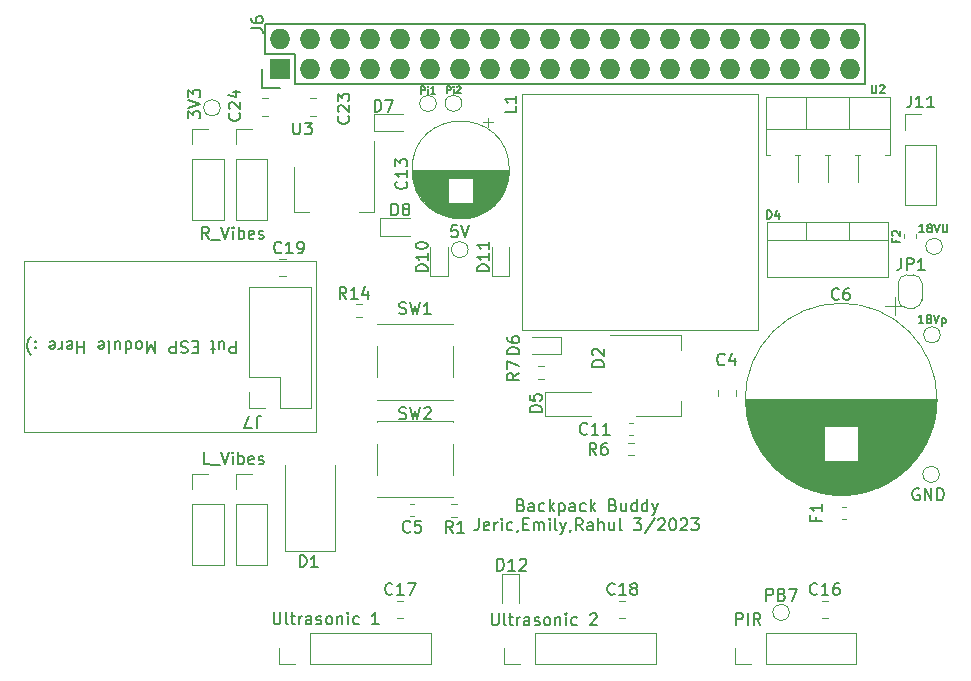
<source format=gbr>
G04 #@! TF.GenerationSoftware,KiCad,Pcbnew,(6.0.7)*
G04 #@! TF.CreationDate,2023-03-06T20:16:34-06:00*
G04 #@! TF.ProjectId,backpackbuddy_system,6261636b-7061-4636-9b62-756464795f73,rev?*
G04 #@! TF.SameCoordinates,Original*
G04 #@! TF.FileFunction,Legend,Top*
G04 #@! TF.FilePolarity,Positive*
%FSLAX46Y46*%
G04 Gerber Fmt 4.6, Leading zero omitted, Abs format (unit mm)*
G04 Created by KiCad (PCBNEW (6.0.7)) date 2023-03-06 20:16:34*
%MOMM*%
%LPD*%
G01*
G04 APERTURE LIST*
%ADD10C,0.150000*%
%ADD11C,0.120000*%
%ADD12O,1.727200X1.727200*%
%ADD13R,1.727200X1.727200*%
G04 APERTURE END LIST*
D10*
X139767371Y-101663371D02*
X139910228Y-101710990D01*
X139957847Y-101758609D01*
X140005466Y-101853847D01*
X140005466Y-101996704D01*
X139957847Y-102091942D01*
X139910228Y-102139561D01*
X139814990Y-102187180D01*
X139434038Y-102187180D01*
X139434038Y-101187180D01*
X139767371Y-101187180D01*
X139862609Y-101234800D01*
X139910228Y-101282419D01*
X139957847Y-101377657D01*
X139957847Y-101472895D01*
X139910228Y-101568133D01*
X139862609Y-101615752D01*
X139767371Y-101663371D01*
X139434038Y-101663371D01*
X140862609Y-102187180D02*
X140862609Y-101663371D01*
X140814990Y-101568133D01*
X140719752Y-101520514D01*
X140529276Y-101520514D01*
X140434038Y-101568133D01*
X140862609Y-102139561D02*
X140767371Y-102187180D01*
X140529276Y-102187180D01*
X140434038Y-102139561D01*
X140386419Y-102044323D01*
X140386419Y-101949085D01*
X140434038Y-101853847D01*
X140529276Y-101806228D01*
X140767371Y-101806228D01*
X140862609Y-101758609D01*
X141767371Y-102139561D02*
X141672133Y-102187180D01*
X141481657Y-102187180D01*
X141386419Y-102139561D01*
X141338800Y-102091942D01*
X141291180Y-101996704D01*
X141291180Y-101710990D01*
X141338800Y-101615752D01*
X141386419Y-101568133D01*
X141481657Y-101520514D01*
X141672133Y-101520514D01*
X141767371Y-101568133D01*
X142195942Y-102187180D02*
X142195942Y-101187180D01*
X142291180Y-101806228D02*
X142576895Y-102187180D01*
X142576895Y-101520514D02*
X142195942Y-101901466D01*
X143005466Y-101520514D02*
X143005466Y-102520514D01*
X143005466Y-101568133D02*
X143100704Y-101520514D01*
X143291180Y-101520514D01*
X143386419Y-101568133D01*
X143434038Y-101615752D01*
X143481657Y-101710990D01*
X143481657Y-101996704D01*
X143434038Y-102091942D01*
X143386419Y-102139561D01*
X143291180Y-102187180D01*
X143100704Y-102187180D01*
X143005466Y-102139561D01*
X144338800Y-102187180D02*
X144338800Y-101663371D01*
X144291180Y-101568133D01*
X144195942Y-101520514D01*
X144005466Y-101520514D01*
X143910228Y-101568133D01*
X144338800Y-102139561D02*
X144243561Y-102187180D01*
X144005466Y-102187180D01*
X143910228Y-102139561D01*
X143862609Y-102044323D01*
X143862609Y-101949085D01*
X143910228Y-101853847D01*
X144005466Y-101806228D01*
X144243561Y-101806228D01*
X144338800Y-101758609D01*
X145243561Y-102139561D02*
X145148323Y-102187180D01*
X144957847Y-102187180D01*
X144862609Y-102139561D01*
X144814990Y-102091942D01*
X144767371Y-101996704D01*
X144767371Y-101710990D01*
X144814990Y-101615752D01*
X144862609Y-101568133D01*
X144957847Y-101520514D01*
X145148323Y-101520514D01*
X145243561Y-101568133D01*
X145672133Y-102187180D02*
X145672133Y-101187180D01*
X145767371Y-101806228D02*
X146053085Y-102187180D01*
X146053085Y-101520514D02*
X145672133Y-101901466D01*
X147576895Y-101663371D02*
X147719752Y-101710990D01*
X147767371Y-101758609D01*
X147814990Y-101853847D01*
X147814990Y-101996704D01*
X147767371Y-102091942D01*
X147719752Y-102139561D01*
X147624514Y-102187180D01*
X147243561Y-102187180D01*
X147243561Y-101187180D01*
X147576895Y-101187180D01*
X147672133Y-101234800D01*
X147719752Y-101282419D01*
X147767371Y-101377657D01*
X147767371Y-101472895D01*
X147719752Y-101568133D01*
X147672133Y-101615752D01*
X147576895Y-101663371D01*
X147243561Y-101663371D01*
X148672133Y-101520514D02*
X148672133Y-102187180D01*
X148243561Y-101520514D02*
X148243561Y-102044323D01*
X148291180Y-102139561D01*
X148386419Y-102187180D01*
X148529276Y-102187180D01*
X148624514Y-102139561D01*
X148672133Y-102091942D01*
X149576895Y-102187180D02*
X149576895Y-101187180D01*
X149576895Y-102139561D02*
X149481657Y-102187180D01*
X149291180Y-102187180D01*
X149195942Y-102139561D01*
X149148323Y-102091942D01*
X149100704Y-101996704D01*
X149100704Y-101710990D01*
X149148323Y-101615752D01*
X149195942Y-101568133D01*
X149291180Y-101520514D01*
X149481657Y-101520514D01*
X149576895Y-101568133D01*
X150481657Y-102187180D02*
X150481657Y-101187180D01*
X150481657Y-102139561D02*
X150386419Y-102187180D01*
X150195942Y-102187180D01*
X150100704Y-102139561D01*
X150053085Y-102091942D01*
X150005466Y-101996704D01*
X150005466Y-101710990D01*
X150053085Y-101615752D01*
X150100704Y-101568133D01*
X150195942Y-101520514D01*
X150386419Y-101520514D01*
X150481657Y-101568133D01*
X150862609Y-101520514D02*
X151100704Y-102187180D01*
X151338800Y-101520514D02*
X151100704Y-102187180D01*
X151005466Y-102425276D01*
X150957847Y-102472895D01*
X150862609Y-102520514D01*
X136195942Y-102797180D02*
X136195942Y-103511466D01*
X136148323Y-103654323D01*
X136053085Y-103749561D01*
X135910228Y-103797180D01*
X135814990Y-103797180D01*
X137053085Y-103749561D02*
X136957847Y-103797180D01*
X136767371Y-103797180D01*
X136672133Y-103749561D01*
X136624514Y-103654323D01*
X136624514Y-103273371D01*
X136672133Y-103178133D01*
X136767371Y-103130514D01*
X136957847Y-103130514D01*
X137053085Y-103178133D01*
X137100704Y-103273371D01*
X137100704Y-103368609D01*
X136624514Y-103463847D01*
X137529276Y-103797180D02*
X137529276Y-103130514D01*
X137529276Y-103320990D02*
X137576895Y-103225752D01*
X137624514Y-103178133D01*
X137719752Y-103130514D01*
X137814990Y-103130514D01*
X138148323Y-103797180D02*
X138148323Y-103130514D01*
X138148323Y-102797180D02*
X138100704Y-102844800D01*
X138148323Y-102892419D01*
X138195942Y-102844800D01*
X138148323Y-102797180D01*
X138148323Y-102892419D01*
X139053085Y-103749561D02*
X138957847Y-103797180D01*
X138767371Y-103797180D01*
X138672133Y-103749561D01*
X138624514Y-103701942D01*
X138576895Y-103606704D01*
X138576895Y-103320990D01*
X138624514Y-103225752D01*
X138672133Y-103178133D01*
X138767371Y-103130514D01*
X138957847Y-103130514D01*
X139053085Y-103178133D01*
X139529276Y-103749561D02*
X139529276Y-103797180D01*
X139481657Y-103892419D01*
X139434038Y-103940038D01*
X139957847Y-103273371D02*
X140291180Y-103273371D01*
X140434038Y-103797180D02*
X139957847Y-103797180D01*
X139957847Y-102797180D01*
X140434038Y-102797180D01*
X140862609Y-103797180D02*
X140862609Y-103130514D01*
X140862609Y-103225752D02*
X140910228Y-103178133D01*
X141005466Y-103130514D01*
X141148323Y-103130514D01*
X141243561Y-103178133D01*
X141291180Y-103273371D01*
X141291180Y-103797180D01*
X141291180Y-103273371D02*
X141338800Y-103178133D01*
X141434038Y-103130514D01*
X141576895Y-103130514D01*
X141672133Y-103178133D01*
X141719752Y-103273371D01*
X141719752Y-103797180D01*
X142195942Y-103797180D02*
X142195942Y-103130514D01*
X142195942Y-102797180D02*
X142148323Y-102844800D01*
X142195942Y-102892419D01*
X142243561Y-102844800D01*
X142195942Y-102797180D01*
X142195942Y-102892419D01*
X142814990Y-103797180D02*
X142719752Y-103749561D01*
X142672133Y-103654323D01*
X142672133Y-102797180D01*
X143100704Y-103130514D02*
X143338800Y-103797180D01*
X143576895Y-103130514D02*
X143338800Y-103797180D01*
X143243561Y-104035276D01*
X143195942Y-104082895D01*
X143100704Y-104130514D01*
X144005466Y-103749561D02*
X144005466Y-103797180D01*
X143957847Y-103892419D01*
X143910228Y-103940038D01*
X145005466Y-103797180D02*
X144672133Y-103320990D01*
X144434038Y-103797180D02*
X144434038Y-102797180D01*
X144814990Y-102797180D01*
X144910228Y-102844800D01*
X144957847Y-102892419D01*
X145005466Y-102987657D01*
X145005466Y-103130514D01*
X144957847Y-103225752D01*
X144910228Y-103273371D01*
X144814990Y-103320990D01*
X144434038Y-103320990D01*
X145862609Y-103797180D02*
X145862609Y-103273371D01*
X145814990Y-103178133D01*
X145719752Y-103130514D01*
X145529276Y-103130514D01*
X145434038Y-103178133D01*
X145862609Y-103749561D02*
X145767371Y-103797180D01*
X145529276Y-103797180D01*
X145434038Y-103749561D01*
X145386419Y-103654323D01*
X145386419Y-103559085D01*
X145434038Y-103463847D01*
X145529276Y-103416228D01*
X145767371Y-103416228D01*
X145862609Y-103368609D01*
X146338800Y-103797180D02*
X146338800Y-102797180D01*
X146767371Y-103797180D02*
X146767371Y-103273371D01*
X146719752Y-103178133D01*
X146624514Y-103130514D01*
X146481657Y-103130514D01*
X146386419Y-103178133D01*
X146338800Y-103225752D01*
X147672133Y-103130514D02*
X147672133Y-103797180D01*
X147243561Y-103130514D02*
X147243561Y-103654323D01*
X147291180Y-103749561D01*
X147386419Y-103797180D01*
X147529276Y-103797180D01*
X147624514Y-103749561D01*
X147672133Y-103701942D01*
X148291180Y-103797180D02*
X148195942Y-103749561D01*
X148148323Y-103654323D01*
X148148323Y-102797180D01*
X149338800Y-102797180D02*
X149957847Y-102797180D01*
X149624514Y-103178133D01*
X149767371Y-103178133D01*
X149862609Y-103225752D01*
X149910228Y-103273371D01*
X149957847Y-103368609D01*
X149957847Y-103606704D01*
X149910228Y-103701942D01*
X149862609Y-103749561D01*
X149767371Y-103797180D01*
X149481657Y-103797180D01*
X149386419Y-103749561D01*
X149338800Y-103701942D01*
X151100704Y-102749561D02*
X150243561Y-104035276D01*
X151386419Y-102892419D02*
X151434038Y-102844800D01*
X151529276Y-102797180D01*
X151767371Y-102797180D01*
X151862609Y-102844800D01*
X151910228Y-102892419D01*
X151957847Y-102987657D01*
X151957847Y-103082895D01*
X151910228Y-103225752D01*
X151338800Y-103797180D01*
X151957847Y-103797180D01*
X152576895Y-102797180D02*
X152672133Y-102797180D01*
X152767371Y-102844800D01*
X152814990Y-102892419D01*
X152862609Y-102987657D01*
X152910228Y-103178133D01*
X152910228Y-103416228D01*
X152862609Y-103606704D01*
X152814990Y-103701942D01*
X152767371Y-103749561D01*
X152672133Y-103797180D01*
X152576895Y-103797180D01*
X152481657Y-103749561D01*
X152434038Y-103701942D01*
X152386419Y-103606704D01*
X152338800Y-103416228D01*
X152338800Y-103178133D01*
X152386419Y-102987657D01*
X152434038Y-102892419D01*
X152481657Y-102844800D01*
X152576895Y-102797180D01*
X153291180Y-102892419D02*
X153338800Y-102844800D01*
X153434038Y-102797180D01*
X153672133Y-102797180D01*
X153767371Y-102844800D01*
X153814990Y-102892419D01*
X153862609Y-102987657D01*
X153862609Y-103082895D01*
X153814990Y-103225752D01*
X153243561Y-103797180D01*
X153862609Y-103797180D01*
X154195942Y-102797180D02*
X154814990Y-102797180D01*
X154481657Y-103178133D01*
X154624514Y-103178133D01*
X154719752Y-103225752D01*
X154767371Y-103273371D01*
X154814990Y-103368609D01*
X154814990Y-103606704D01*
X154767371Y-103701942D01*
X154719752Y-103749561D01*
X154624514Y-103797180D01*
X154338800Y-103797180D01*
X154243561Y-103749561D01*
X154195942Y-103701942D01*
X116927380Y-61293333D02*
X117641666Y-61293333D01*
X117784523Y-61340952D01*
X117879761Y-61436190D01*
X117927380Y-61579047D01*
X117927380Y-61674285D01*
X116927380Y-60388571D02*
X116927380Y-60579047D01*
X116975000Y-60674285D01*
X117022619Y-60721904D01*
X117165476Y-60817142D01*
X117355952Y-60864761D01*
X117736904Y-60864761D01*
X117832142Y-60817142D01*
X117879761Y-60769523D01*
X117927380Y-60674285D01*
X117927380Y-60483809D01*
X117879761Y-60388571D01*
X117832142Y-60340952D01*
X117736904Y-60293333D01*
X117498809Y-60293333D01*
X117403571Y-60340952D01*
X117355952Y-60388571D01*
X117308333Y-60483809D01*
X117308333Y-60674285D01*
X117355952Y-60769523D01*
X117403571Y-60817142D01*
X117498809Y-60864761D01*
X115927142Y-68486257D02*
X115974761Y-68533876D01*
X116022380Y-68676733D01*
X116022380Y-68771971D01*
X115974761Y-68914828D01*
X115879523Y-69010066D01*
X115784285Y-69057685D01*
X115593809Y-69105304D01*
X115450952Y-69105304D01*
X115260476Y-69057685D01*
X115165238Y-69010066D01*
X115070000Y-68914828D01*
X115022380Y-68771971D01*
X115022380Y-68676733D01*
X115070000Y-68533876D01*
X115117619Y-68486257D01*
X115117619Y-68105304D02*
X115070000Y-68057685D01*
X115022380Y-67962447D01*
X115022380Y-67724352D01*
X115070000Y-67629114D01*
X115117619Y-67581495D01*
X115212857Y-67533876D01*
X115308095Y-67533876D01*
X115450952Y-67581495D01*
X116022380Y-68152923D01*
X116022380Y-67533876D01*
X115355714Y-66676733D02*
X116022380Y-66676733D01*
X114974761Y-66914828D02*
X115689047Y-67152923D01*
X115689047Y-66533876D01*
X125147342Y-68740257D02*
X125194961Y-68787876D01*
X125242580Y-68930733D01*
X125242580Y-69025971D01*
X125194961Y-69168828D01*
X125099723Y-69264066D01*
X125004485Y-69311685D01*
X124814009Y-69359304D01*
X124671152Y-69359304D01*
X124480676Y-69311685D01*
X124385438Y-69264066D01*
X124290200Y-69168828D01*
X124242580Y-69025971D01*
X124242580Y-68930733D01*
X124290200Y-68787876D01*
X124337819Y-68740257D01*
X124337819Y-68359304D02*
X124290200Y-68311685D01*
X124242580Y-68216447D01*
X124242580Y-67978352D01*
X124290200Y-67883114D01*
X124337819Y-67835495D01*
X124433057Y-67787876D01*
X124528295Y-67787876D01*
X124671152Y-67835495D01*
X125242580Y-68406923D01*
X125242580Y-67787876D01*
X124242580Y-67454542D02*
X124242580Y-66835495D01*
X124623533Y-67168828D01*
X124623533Y-67025971D01*
X124671152Y-66930733D01*
X124718771Y-66883114D01*
X124814009Y-66835495D01*
X125052104Y-66835495D01*
X125147342Y-66883114D01*
X125194961Y-66930733D01*
X125242580Y-67025971D01*
X125242580Y-67311685D01*
X125194961Y-67406923D01*
X125147342Y-67454542D01*
X119499142Y-80265542D02*
X119451523Y-80313161D01*
X119308666Y-80360780D01*
X119213428Y-80360780D01*
X119070571Y-80313161D01*
X118975333Y-80217923D01*
X118927714Y-80122685D01*
X118880095Y-79932209D01*
X118880095Y-79789352D01*
X118927714Y-79598876D01*
X118975333Y-79503638D01*
X119070571Y-79408400D01*
X119213428Y-79360780D01*
X119308666Y-79360780D01*
X119451523Y-79408400D01*
X119499142Y-79456019D01*
X120451523Y-80360780D02*
X119880095Y-80360780D01*
X120165809Y-80360780D02*
X120165809Y-79360780D01*
X120070571Y-79503638D01*
X119975333Y-79598876D01*
X119880095Y-79646495D01*
X120927714Y-80360780D02*
X121118190Y-80360780D01*
X121213428Y-80313161D01*
X121261047Y-80265542D01*
X121356285Y-80122685D01*
X121403904Y-79932209D01*
X121403904Y-79551257D01*
X121356285Y-79456019D01*
X121308666Y-79408400D01*
X121213428Y-79360780D01*
X121022952Y-79360780D01*
X120927714Y-79408400D01*
X120880095Y-79456019D01*
X120832476Y-79551257D01*
X120832476Y-79789352D01*
X120880095Y-79884590D01*
X120927714Y-79932209D01*
X121022952Y-79979828D01*
X121213428Y-79979828D01*
X121308666Y-79932209D01*
X121356285Y-79884590D01*
X121403904Y-79789352D01*
X147714642Y-109167142D02*
X147667023Y-109214761D01*
X147524166Y-109262380D01*
X147428928Y-109262380D01*
X147286071Y-109214761D01*
X147190833Y-109119523D01*
X147143214Y-109024285D01*
X147095595Y-108833809D01*
X147095595Y-108690952D01*
X147143214Y-108500476D01*
X147190833Y-108405238D01*
X147286071Y-108310000D01*
X147428928Y-108262380D01*
X147524166Y-108262380D01*
X147667023Y-108310000D01*
X147714642Y-108357619D01*
X148667023Y-109262380D02*
X148095595Y-109262380D01*
X148381309Y-109262380D02*
X148381309Y-108262380D01*
X148286071Y-108405238D01*
X148190833Y-108500476D01*
X148095595Y-108548095D01*
X149238452Y-108690952D02*
X149143214Y-108643333D01*
X149095595Y-108595714D01*
X149047976Y-108500476D01*
X149047976Y-108452857D01*
X149095595Y-108357619D01*
X149143214Y-108310000D01*
X149238452Y-108262380D01*
X149428928Y-108262380D01*
X149524166Y-108310000D01*
X149571785Y-108357619D01*
X149619404Y-108452857D01*
X149619404Y-108500476D01*
X149571785Y-108595714D01*
X149524166Y-108643333D01*
X149428928Y-108690952D01*
X149238452Y-108690952D01*
X149143214Y-108738571D01*
X149095595Y-108786190D01*
X149047976Y-108881428D01*
X149047976Y-109071904D01*
X149095595Y-109167142D01*
X149143214Y-109214761D01*
X149238452Y-109262380D01*
X149428928Y-109262380D01*
X149524166Y-109214761D01*
X149571785Y-109167142D01*
X149619404Y-109071904D01*
X149619404Y-108881428D01*
X149571785Y-108786190D01*
X149524166Y-108738571D01*
X149428928Y-108690952D01*
X128897142Y-109167142D02*
X128849523Y-109214761D01*
X128706666Y-109262380D01*
X128611428Y-109262380D01*
X128468571Y-109214761D01*
X128373333Y-109119523D01*
X128325714Y-109024285D01*
X128278095Y-108833809D01*
X128278095Y-108690952D01*
X128325714Y-108500476D01*
X128373333Y-108405238D01*
X128468571Y-108310000D01*
X128611428Y-108262380D01*
X128706666Y-108262380D01*
X128849523Y-108310000D01*
X128897142Y-108357619D01*
X129849523Y-109262380D02*
X129278095Y-109262380D01*
X129563809Y-109262380D02*
X129563809Y-108262380D01*
X129468571Y-108405238D01*
X129373333Y-108500476D01*
X129278095Y-108548095D01*
X130182857Y-108262380D02*
X130849523Y-108262380D01*
X130420952Y-109262380D01*
X164859642Y-109167142D02*
X164812023Y-109214761D01*
X164669166Y-109262380D01*
X164573928Y-109262380D01*
X164431071Y-109214761D01*
X164335833Y-109119523D01*
X164288214Y-109024285D01*
X164240595Y-108833809D01*
X164240595Y-108690952D01*
X164288214Y-108500476D01*
X164335833Y-108405238D01*
X164431071Y-108310000D01*
X164573928Y-108262380D01*
X164669166Y-108262380D01*
X164812023Y-108310000D01*
X164859642Y-108357619D01*
X165812023Y-109262380D02*
X165240595Y-109262380D01*
X165526309Y-109262380D02*
X165526309Y-108262380D01*
X165431071Y-108405238D01*
X165335833Y-108500476D01*
X165240595Y-108548095D01*
X166669166Y-108262380D02*
X166478690Y-108262380D01*
X166383452Y-108310000D01*
X166335833Y-108357619D01*
X166240595Y-108500476D01*
X166192976Y-108690952D01*
X166192976Y-109071904D01*
X166240595Y-109167142D01*
X166288214Y-109214761D01*
X166383452Y-109262380D01*
X166573928Y-109262380D01*
X166669166Y-109214761D01*
X166716785Y-109167142D01*
X166764404Y-109071904D01*
X166764404Y-108833809D01*
X166716785Y-108738571D01*
X166669166Y-108690952D01*
X166573928Y-108643333D01*
X166383452Y-108643333D01*
X166288214Y-108690952D01*
X166240595Y-108738571D01*
X166192976Y-108833809D01*
X124985542Y-84196180D02*
X124652209Y-83719990D01*
X124414114Y-84196180D02*
X124414114Y-83196180D01*
X124795066Y-83196180D01*
X124890304Y-83243800D01*
X124937923Y-83291419D01*
X124985542Y-83386657D01*
X124985542Y-83529514D01*
X124937923Y-83624752D01*
X124890304Y-83672371D01*
X124795066Y-83719990D01*
X124414114Y-83719990D01*
X125937923Y-84196180D02*
X125366495Y-84196180D01*
X125652209Y-84196180D02*
X125652209Y-83196180D01*
X125556971Y-83339038D01*
X125461733Y-83434276D01*
X125366495Y-83481895D01*
X126795066Y-83529514D02*
X126795066Y-84196180D01*
X126556971Y-83148561D02*
X126318876Y-83862847D01*
X126937923Y-83862847D01*
X117401933Y-95111819D02*
X117401933Y-94397533D01*
X117449552Y-94254676D01*
X117544790Y-94159438D01*
X117687647Y-94111819D01*
X117782885Y-94111819D01*
X117020980Y-95111819D02*
X116354314Y-95111819D01*
X116782885Y-94111819D01*
X115643333Y-87777619D02*
X115643333Y-88777619D01*
X115262380Y-88777619D01*
X115167142Y-88730000D01*
X115119523Y-88682380D01*
X115071904Y-88587142D01*
X115071904Y-88444285D01*
X115119523Y-88349047D01*
X115167142Y-88301428D01*
X115262380Y-88253809D01*
X115643333Y-88253809D01*
X114214761Y-88444285D02*
X114214761Y-87777619D01*
X114643333Y-88444285D02*
X114643333Y-87920476D01*
X114595714Y-87825238D01*
X114500476Y-87777619D01*
X114357619Y-87777619D01*
X114262380Y-87825238D01*
X114214761Y-87872857D01*
X113881428Y-88444285D02*
X113500476Y-88444285D01*
X113738571Y-88777619D02*
X113738571Y-87920476D01*
X113690952Y-87825238D01*
X113595714Y-87777619D01*
X113500476Y-87777619D01*
X112405238Y-88301428D02*
X112071904Y-88301428D01*
X111929047Y-87777619D02*
X112405238Y-87777619D01*
X112405238Y-88777619D01*
X111929047Y-88777619D01*
X111548095Y-87825238D02*
X111405238Y-87777619D01*
X111167142Y-87777619D01*
X111071904Y-87825238D01*
X111024285Y-87872857D01*
X110976666Y-87968095D01*
X110976666Y-88063333D01*
X111024285Y-88158571D01*
X111071904Y-88206190D01*
X111167142Y-88253809D01*
X111357619Y-88301428D01*
X111452857Y-88349047D01*
X111500476Y-88396666D01*
X111548095Y-88491904D01*
X111548095Y-88587142D01*
X111500476Y-88682380D01*
X111452857Y-88730000D01*
X111357619Y-88777619D01*
X111119523Y-88777619D01*
X110976666Y-88730000D01*
X110548095Y-87777619D02*
X110548095Y-88777619D01*
X110167142Y-88777619D01*
X110071904Y-88730000D01*
X110024285Y-88682380D01*
X109976666Y-88587142D01*
X109976666Y-88444285D01*
X110024285Y-88349047D01*
X110071904Y-88301428D01*
X110167142Y-88253809D01*
X110548095Y-88253809D01*
X108786190Y-87777619D02*
X108786190Y-88777619D01*
X108452857Y-88063333D01*
X108119523Y-88777619D01*
X108119523Y-87777619D01*
X107500476Y-87777619D02*
X107595714Y-87825238D01*
X107643333Y-87872857D01*
X107690952Y-87968095D01*
X107690952Y-88253809D01*
X107643333Y-88349047D01*
X107595714Y-88396666D01*
X107500476Y-88444285D01*
X107357619Y-88444285D01*
X107262380Y-88396666D01*
X107214761Y-88349047D01*
X107167142Y-88253809D01*
X107167142Y-87968095D01*
X107214761Y-87872857D01*
X107262380Y-87825238D01*
X107357619Y-87777619D01*
X107500476Y-87777619D01*
X106310000Y-87777619D02*
X106310000Y-88777619D01*
X106310000Y-87825238D02*
X106405238Y-87777619D01*
X106595714Y-87777619D01*
X106690952Y-87825238D01*
X106738571Y-87872857D01*
X106786190Y-87968095D01*
X106786190Y-88253809D01*
X106738571Y-88349047D01*
X106690952Y-88396666D01*
X106595714Y-88444285D01*
X106405238Y-88444285D01*
X106310000Y-88396666D01*
X105405238Y-88444285D02*
X105405238Y-87777619D01*
X105833809Y-88444285D02*
X105833809Y-87920476D01*
X105786190Y-87825238D01*
X105690952Y-87777619D01*
X105548095Y-87777619D01*
X105452857Y-87825238D01*
X105405238Y-87872857D01*
X104786190Y-87777619D02*
X104881428Y-87825238D01*
X104929047Y-87920476D01*
X104929047Y-88777619D01*
X104024285Y-87825238D02*
X104119523Y-87777619D01*
X104310000Y-87777619D01*
X104405238Y-87825238D01*
X104452857Y-87920476D01*
X104452857Y-88301428D01*
X104405238Y-88396666D01*
X104310000Y-88444285D01*
X104119523Y-88444285D01*
X104024285Y-88396666D01*
X103976666Y-88301428D01*
X103976666Y-88206190D01*
X104452857Y-88110952D01*
X102786190Y-87777619D02*
X102786190Y-88777619D01*
X102786190Y-88301428D02*
X102214761Y-88301428D01*
X102214761Y-87777619D02*
X102214761Y-88777619D01*
X101357619Y-87825238D02*
X101452857Y-87777619D01*
X101643333Y-87777619D01*
X101738571Y-87825238D01*
X101786190Y-87920476D01*
X101786190Y-88301428D01*
X101738571Y-88396666D01*
X101643333Y-88444285D01*
X101452857Y-88444285D01*
X101357619Y-88396666D01*
X101310000Y-88301428D01*
X101310000Y-88206190D01*
X101786190Y-88110952D01*
X100881428Y-87777619D02*
X100881428Y-88444285D01*
X100881428Y-88253809D02*
X100833809Y-88349047D01*
X100786190Y-88396666D01*
X100690952Y-88444285D01*
X100595714Y-88444285D01*
X99881428Y-87825238D02*
X99976666Y-87777619D01*
X100167142Y-87777619D01*
X100262380Y-87825238D01*
X100310000Y-87920476D01*
X100310000Y-88301428D01*
X100262380Y-88396666D01*
X100167142Y-88444285D01*
X99976666Y-88444285D01*
X99881428Y-88396666D01*
X99833809Y-88301428D01*
X99833809Y-88206190D01*
X100310000Y-88110952D01*
X98643333Y-87872857D02*
X98595714Y-87825238D01*
X98643333Y-87777619D01*
X98690952Y-87825238D01*
X98643333Y-87872857D01*
X98643333Y-87777619D01*
X98643333Y-88396666D02*
X98595714Y-88349047D01*
X98643333Y-88301428D01*
X98690952Y-88349047D01*
X98643333Y-88396666D01*
X98643333Y-88301428D01*
X98262380Y-87396666D02*
X98214761Y-87444285D01*
X98119523Y-87587142D01*
X98071904Y-87682380D01*
X98024285Y-87825238D01*
X97976666Y-88063333D01*
X97976666Y-88253809D01*
X98024285Y-88491904D01*
X98071904Y-88634761D01*
X98119523Y-88730000D01*
X98214761Y-88872857D01*
X98262380Y-88920476D01*
X120497695Y-69276980D02*
X120497695Y-70086504D01*
X120545314Y-70181742D01*
X120592933Y-70229361D01*
X120688171Y-70276980D01*
X120878647Y-70276980D01*
X120973885Y-70229361D01*
X121021504Y-70181742D01*
X121069123Y-70086504D01*
X121069123Y-69276980D01*
X121450076Y-69276980D02*
X122069123Y-69276980D01*
X121735790Y-69657933D01*
X121878647Y-69657933D01*
X121973885Y-69705552D01*
X122021504Y-69753171D01*
X122069123Y-69848409D01*
X122069123Y-70086504D01*
X122021504Y-70181742D01*
X121973885Y-70229361D01*
X121878647Y-70276980D01*
X121592933Y-70276980D01*
X121497695Y-70229361D01*
X121450076Y-70181742D01*
X169468866Y-66088466D02*
X169468866Y-66655133D01*
X169502200Y-66721800D01*
X169535533Y-66755133D01*
X169602200Y-66788466D01*
X169735533Y-66788466D01*
X169802200Y-66755133D01*
X169835533Y-66721800D01*
X169868866Y-66655133D01*
X169868866Y-66088466D01*
X170168866Y-66155133D02*
X170202200Y-66121800D01*
X170268866Y-66088466D01*
X170435533Y-66088466D01*
X170502200Y-66121800D01*
X170535533Y-66155133D01*
X170568866Y-66221800D01*
X170568866Y-66288466D01*
X170535533Y-66388466D01*
X170135533Y-66788466D01*
X170568866Y-66788466D01*
X133475485Y-66794028D02*
X133475485Y-66194028D01*
X133704057Y-66194028D01*
X133761200Y-66222600D01*
X133789771Y-66251171D01*
X133818342Y-66308314D01*
X133818342Y-66394028D01*
X133789771Y-66451171D01*
X133761200Y-66479742D01*
X133704057Y-66508314D01*
X133475485Y-66508314D01*
X134075485Y-66794028D02*
X134075485Y-66394028D01*
X134075485Y-66194028D02*
X134046914Y-66222600D01*
X134075485Y-66251171D01*
X134104057Y-66222600D01*
X134075485Y-66194028D01*
X134075485Y-66251171D01*
X134332628Y-66251171D02*
X134361200Y-66222600D01*
X134418342Y-66194028D01*
X134561200Y-66194028D01*
X134618342Y-66222600D01*
X134646914Y-66251171D01*
X134675485Y-66308314D01*
X134675485Y-66365457D01*
X134646914Y-66451171D01*
X134304057Y-66794028D01*
X134675485Y-66794028D01*
X131316485Y-66819428D02*
X131316485Y-66219428D01*
X131545057Y-66219428D01*
X131602200Y-66248000D01*
X131630771Y-66276571D01*
X131659342Y-66333714D01*
X131659342Y-66419428D01*
X131630771Y-66476571D01*
X131602200Y-66505142D01*
X131545057Y-66533714D01*
X131316485Y-66533714D01*
X131916485Y-66819428D02*
X131916485Y-66419428D01*
X131916485Y-66219428D02*
X131887914Y-66248000D01*
X131916485Y-66276571D01*
X131945057Y-66248000D01*
X131916485Y-66219428D01*
X131916485Y-66276571D01*
X132516485Y-66819428D02*
X132173628Y-66819428D01*
X132345057Y-66819428D02*
X132345057Y-66219428D01*
X132287914Y-66305142D01*
X132230771Y-66362285D01*
X132173628Y-66390857D01*
X160559904Y-109748380D02*
X160559904Y-108748380D01*
X160940857Y-108748380D01*
X161036095Y-108796000D01*
X161083714Y-108843619D01*
X161131333Y-108938857D01*
X161131333Y-109081714D01*
X161083714Y-109176952D01*
X161036095Y-109224571D01*
X160940857Y-109272190D01*
X160559904Y-109272190D01*
X161893238Y-109224571D02*
X162036095Y-109272190D01*
X162083714Y-109319809D01*
X162131333Y-109415047D01*
X162131333Y-109557904D01*
X162083714Y-109653142D01*
X162036095Y-109700761D01*
X161940857Y-109748380D01*
X161559904Y-109748380D01*
X161559904Y-108748380D01*
X161893238Y-108748380D01*
X161988476Y-108796000D01*
X162036095Y-108843619D01*
X162083714Y-108938857D01*
X162083714Y-109034095D01*
X162036095Y-109129333D01*
X161988476Y-109176952D01*
X161893238Y-109224571D01*
X161559904Y-109224571D01*
X162464666Y-108748380D02*
X163131333Y-108748380D01*
X162702761Y-109748380D01*
X111618780Y-68929095D02*
X111618780Y-68310047D01*
X111999733Y-68643380D01*
X111999733Y-68500523D01*
X112047352Y-68405285D01*
X112094971Y-68357666D01*
X112190209Y-68310047D01*
X112428304Y-68310047D01*
X112523542Y-68357666D01*
X112571161Y-68405285D01*
X112618780Y-68500523D01*
X112618780Y-68786238D01*
X112571161Y-68881476D01*
X112523542Y-68929095D01*
X111618780Y-68024333D02*
X112618780Y-67691000D01*
X111618780Y-67357666D01*
X111618780Y-67119571D02*
X111618780Y-66500523D01*
X111999733Y-66833857D01*
X111999733Y-66691000D01*
X112047352Y-66595761D01*
X112094971Y-66548142D01*
X112190209Y-66500523D01*
X112428304Y-66500523D01*
X112523542Y-66548142D01*
X112571161Y-66595761D01*
X112618780Y-66691000D01*
X112618780Y-66976714D01*
X112571161Y-67071952D01*
X112523542Y-67119571D01*
X134378723Y-77989180D02*
X133902533Y-77989180D01*
X133854914Y-78465371D01*
X133902533Y-78417752D01*
X133997771Y-78370133D01*
X134235866Y-78370133D01*
X134331104Y-78417752D01*
X134378723Y-78465371D01*
X134426342Y-78560609D01*
X134426342Y-78798704D01*
X134378723Y-78893942D01*
X134331104Y-78941561D01*
X134235866Y-78989180D01*
X133997771Y-78989180D01*
X133902533Y-78941561D01*
X133854914Y-78893942D01*
X134712057Y-77989180D02*
X135045390Y-78989180D01*
X135378723Y-77989180D01*
X173849600Y-86270266D02*
X173449600Y-86270266D01*
X173649600Y-86270266D02*
X173649600Y-85570266D01*
X173582933Y-85670266D01*
X173516266Y-85736933D01*
X173449600Y-85770266D01*
X174249600Y-85870266D02*
X174182933Y-85836933D01*
X174149600Y-85803600D01*
X174116266Y-85736933D01*
X174116266Y-85703600D01*
X174149600Y-85636933D01*
X174182933Y-85603600D01*
X174249600Y-85570266D01*
X174382933Y-85570266D01*
X174449600Y-85603600D01*
X174482933Y-85636933D01*
X174516266Y-85703600D01*
X174516266Y-85736933D01*
X174482933Y-85803600D01*
X174449600Y-85836933D01*
X174382933Y-85870266D01*
X174249600Y-85870266D01*
X174182933Y-85903600D01*
X174149600Y-85936933D01*
X174116266Y-86003600D01*
X174116266Y-86136933D01*
X174149600Y-86203600D01*
X174182933Y-86236933D01*
X174249600Y-86270266D01*
X174382933Y-86270266D01*
X174449600Y-86236933D01*
X174482933Y-86203600D01*
X174516266Y-86136933D01*
X174516266Y-86003600D01*
X174482933Y-85936933D01*
X174449600Y-85903600D01*
X174382933Y-85870266D01*
X174716266Y-85570266D02*
X174949600Y-86270266D01*
X175182933Y-85570266D01*
X175416266Y-85803600D02*
X175416266Y-86503600D01*
X175416266Y-85836933D02*
X175482933Y-85803600D01*
X175616266Y-85803600D01*
X175682933Y-85836933D01*
X175716266Y-85870266D01*
X175749600Y-85936933D01*
X175749600Y-86136933D01*
X175716266Y-86203600D01*
X175682933Y-86236933D01*
X175616266Y-86270266D01*
X175482933Y-86270266D01*
X175416266Y-86236933D01*
X173482095Y-100287200D02*
X173386857Y-100239580D01*
X173244000Y-100239580D01*
X173101142Y-100287200D01*
X173005904Y-100382438D01*
X172958285Y-100477676D01*
X172910666Y-100668152D01*
X172910666Y-100811009D01*
X172958285Y-101001485D01*
X173005904Y-101096723D01*
X173101142Y-101191961D01*
X173244000Y-101239580D01*
X173339238Y-101239580D01*
X173482095Y-101191961D01*
X173529714Y-101144342D01*
X173529714Y-100811009D01*
X173339238Y-100811009D01*
X173958285Y-101239580D02*
X173958285Y-100239580D01*
X174529714Y-101239580D01*
X174529714Y-100239580D01*
X175005904Y-101239580D02*
X175005904Y-100239580D01*
X175244000Y-100239580D01*
X175386857Y-100287200D01*
X175482095Y-100382438D01*
X175529714Y-100477676D01*
X175577333Y-100668152D01*
X175577333Y-100811009D01*
X175529714Y-101001485D01*
X175482095Y-101096723D01*
X175386857Y-101191961D01*
X175244000Y-101239580D01*
X175005904Y-101239580D01*
X173901200Y-78574066D02*
X173501200Y-78574066D01*
X173701200Y-78574066D02*
X173701200Y-77874066D01*
X173634533Y-77974066D01*
X173567866Y-78040733D01*
X173501200Y-78074066D01*
X174301200Y-78174066D02*
X174234533Y-78140733D01*
X174201200Y-78107400D01*
X174167866Y-78040733D01*
X174167866Y-78007400D01*
X174201200Y-77940733D01*
X174234533Y-77907400D01*
X174301200Y-77874066D01*
X174434533Y-77874066D01*
X174501200Y-77907400D01*
X174534533Y-77940733D01*
X174567866Y-78007400D01*
X174567866Y-78040733D01*
X174534533Y-78107400D01*
X174501200Y-78140733D01*
X174434533Y-78174066D01*
X174301200Y-78174066D01*
X174234533Y-78207400D01*
X174201200Y-78240733D01*
X174167866Y-78307400D01*
X174167866Y-78440733D01*
X174201200Y-78507400D01*
X174234533Y-78540733D01*
X174301200Y-78574066D01*
X174434533Y-78574066D01*
X174501200Y-78540733D01*
X174534533Y-78507400D01*
X174567866Y-78440733D01*
X174567866Y-78307400D01*
X174534533Y-78240733D01*
X174501200Y-78207400D01*
X174434533Y-78174066D01*
X174767866Y-77874066D02*
X175001200Y-78574066D01*
X175234533Y-77874066D01*
X175467866Y-77874066D02*
X175467866Y-78440733D01*
X175501200Y-78507400D01*
X175534533Y-78540733D01*
X175601200Y-78574066D01*
X175734533Y-78574066D01*
X175801200Y-78540733D01*
X175834533Y-78507400D01*
X175867866Y-78440733D01*
X175867866Y-77874066D01*
X129476666Y-94333961D02*
X129619523Y-94381580D01*
X129857619Y-94381580D01*
X129952857Y-94333961D01*
X130000476Y-94286342D01*
X130048095Y-94191104D01*
X130048095Y-94095866D01*
X130000476Y-94000628D01*
X129952857Y-93953009D01*
X129857619Y-93905390D01*
X129667142Y-93857771D01*
X129571904Y-93810152D01*
X129524285Y-93762533D01*
X129476666Y-93667295D01*
X129476666Y-93572057D01*
X129524285Y-93476819D01*
X129571904Y-93429200D01*
X129667142Y-93381580D01*
X129905238Y-93381580D01*
X130048095Y-93429200D01*
X130381428Y-93381580D02*
X130619523Y-94381580D01*
X130810000Y-93667295D01*
X131000476Y-94381580D01*
X131238571Y-93381580D01*
X131571904Y-93476819D02*
X131619523Y-93429200D01*
X131714761Y-93381580D01*
X131952857Y-93381580D01*
X132048095Y-93429200D01*
X132095714Y-93476819D01*
X132143333Y-93572057D01*
X132143333Y-93667295D01*
X132095714Y-93810152D01*
X131524285Y-94381580D01*
X132143333Y-94381580D01*
X129476666Y-85439761D02*
X129619523Y-85487380D01*
X129857619Y-85487380D01*
X129952857Y-85439761D01*
X130000476Y-85392142D01*
X130048095Y-85296904D01*
X130048095Y-85201666D01*
X130000476Y-85106428D01*
X129952857Y-85058809D01*
X129857619Y-85011190D01*
X129667142Y-84963571D01*
X129571904Y-84915952D01*
X129524285Y-84868333D01*
X129476666Y-84773095D01*
X129476666Y-84677857D01*
X129524285Y-84582619D01*
X129571904Y-84535000D01*
X129667142Y-84487380D01*
X129905238Y-84487380D01*
X130048095Y-84535000D01*
X130381428Y-84487380D02*
X130619523Y-85487380D01*
X130810000Y-84773095D01*
X131000476Y-85487380D01*
X131238571Y-84487380D01*
X132143333Y-85487380D02*
X131571904Y-85487380D01*
X131857619Y-85487380D02*
X131857619Y-84487380D01*
X131762380Y-84630238D01*
X131667142Y-84725476D01*
X131571904Y-84773095D01*
X139568180Y-90489066D02*
X139091990Y-90822400D01*
X139568180Y-91060495D02*
X138568180Y-91060495D01*
X138568180Y-90679542D01*
X138615800Y-90584304D01*
X138663419Y-90536685D01*
X138758657Y-90489066D01*
X138901514Y-90489066D01*
X138996752Y-90536685D01*
X139044371Y-90584304D01*
X139091990Y-90679542D01*
X139091990Y-91060495D01*
X138568180Y-90155733D02*
X138568180Y-89489066D01*
X139568180Y-89917638D01*
X146162733Y-97404180D02*
X145829400Y-96927990D01*
X145591304Y-97404180D02*
X145591304Y-96404180D01*
X145972257Y-96404180D01*
X146067495Y-96451800D01*
X146115114Y-96499419D01*
X146162733Y-96594657D01*
X146162733Y-96737514D01*
X146115114Y-96832752D01*
X146067495Y-96880371D01*
X145972257Y-96927990D01*
X145591304Y-96927990D01*
X147019876Y-96404180D02*
X146829400Y-96404180D01*
X146734161Y-96451800D01*
X146686542Y-96499419D01*
X146591304Y-96642276D01*
X146543685Y-96832752D01*
X146543685Y-97213704D01*
X146591304Y-97308942D01*
X146638923Y-97356561D01*
X146734161Y-97404180D01*
X146924638Y-97404180D01*
X147019876Y-97356561D01*
X147067495Y-97308942D01*
X147115114Y-97213704D01*
X147115114Y-96975609D01*
X147067495Y-96880371D01*
X147019876Y-96832752D01*
X146924638Y-96785133D01*
X146734161Y-96785133D01*
X146638923Y-96832752D01*
X146591304Y-96880371D01*
X146543685Y-96975609D01*
X133996133Y-104008180D02*
X133662800Y-103531990D01*
X133424704Y-104008180D02*
X133424704Y-103008180D01*
X133805657Y-103008180D01*
X133900895Y-103055800D01*
X133948514Y-103103419D01*
X133996133Y-103198657D01*
X133996133Y-103341514D01*
X133948514Y-103436752D01*
X133900895Y-103484371D01*
X133805657Y-103531990D01*
X133424704Y-103531990D01*
X134948514Y-104008180D02*
X134377085Y-104008180D01*
X134662800Y-104008180D02*
X134662800Y-103008180D01*
X134567561Y-103151038D01*
X134472323Y-103246276D01*
X134377085Y-103293895D01*
X139390380Y-67883066D02*
X139390380Y-68359257D01*
X138390380Y-68359257D01*
X139390380Y-67025923D02*
X139390380Y-67597352D01*
X139390380Y-67311638D02*
X138390380Y-67311638D01*
X138533238Y-67406876D01*
X138628476Y-67502114D01*
X138676095Y-67597352D01*
X171962866Y-80757780D02*
X171962866Y-81472066D01*
X171915247Y-81614923D01*
X171820009Y-81710161D01*
X171677152Y-81757780D01*
X171581914Y-81757780D01*
X172439057Y-81757780D02*
X172439057Y-80757780D01*
X172820009Y-80757780D01*
X172915247Y-80805400D01*
X172962866Y-80853019D01*
X173010485Y-80948257D01*
X173010485Y-81091114D01*
X172962866Y-81186352D01*
X172915247Y-81233971D01*
X172820009Y-81281590D01*
X172439057Y-81281590D01*
X173962866Y-81757780D02*
X173391438Y-81757780D01*
X173677152Y-81757780D02*
X173677152Y-80757780D01*
X173581914Y-80900638D01*
X173486676Y-80995876D01*
X173391438Y-81043495D01*
X172799476Y-66987380D02*
X172799476Y-67701666D01*
X172751857Y-67844523D01*
X172656619Y-67939761D01*
X172513761Y-67987380D01*
X172418523Y-67987380D01*
X173799476Y-67987380D02*
X173228047Y-67987380D01*
X173513761Y-67987380D02*
X173513761Y-66987380D01*
X173418523Y-67130238D01*
X173323285Y-67225476D01*
X173228047Y-67273095D01*
X174751857Y-67987380D02*
X174180428Y-67987380D01*
X174466142Y-67987380D02*
X174466142Y-66987380D01*
X174370904Y-67130238D01*
X174275666Y-67225476D01*
X174180428Y-67273095D01*
X113342990Y-79116180D02*
X113009657Y-78639990D01*
X112771561Y-79116180D02*
X112771561Y-78116180D01*
X113152514Y-78116180D01*
X113247752Y-78163800D01*
X113295371Y-78211419D01*
X113342990Y-78306657D01*
X113342990Y-78449514D01*
X113295371Y-78544752D01*
X113247752Y-78592371D01*
X113152514Y-78639990D01*
X112771561Y-78639990D01*
X113533466Y-79211419D02*
X114295371Y-79211419D01*
X114390609Y-78116180D02*
X114723942Y-79116180D01*
X115057276Y-78116180D01*
X115390609Y-79116180D02*
X115390609Y-78449514D01*
X115390609Y-78116180D02*
X115342990Y-78163800D01*
X115390609Y-78211419D01*
X115438228Y-78163800D01*
X115390609Y-78116180D01*
X115390609Y-78211419D01*
X115866800Y-79116180D02*
X115866800Y-78116180D01*
X115866800Y-78497133D02*
X115962038Y-78449514D01*
X116152514Y-78449514D01*
X116247752Y-78497133D01*
X116295371Y-78544752D01*
X116342990Y-78639990D01*
X116342990Y-78925704D01*
X116295371Y-79020942D01*
X116247752Y-79068561D01*
X116152514Y-79116180D01*
X115962038Y-79116180D01*
X115866800Y-79068561D01*
X117152514Y-79068561D02*
X117057276Y-79116180D01*
X116866800Y-79116180D01*
X116771561Y-79068561D01*
X116723942Y-78973323D01*
X116723942Y-78592371D01*
X116771561Y-78497133D01*
X116866800Y-78449514D01*
X117057276Y-78449514D01*
X117152514Y-78497133D01*
X117200133Y-78592371D01*
X117200133Y-78687609D01*
X116723942Y-78782847D01*
X117581085Y-79068561D02*
X117676323Y-79116180D01*
X117866800Y-79116180D01*
X117962038Y-79068561D01*
X118009657Y-78973323D01*
X118009657Y-78925704D01*
X117962038Y-78830466D01*
X117866800Y-78782847D01*
X117723942Y-78782847D01*
X117628704Y-78735228D01*
X117581085Y-78639990D01*
X117581085Y-78592371D01*
X117628704Y-78497133D01*
X117723942Y-78449514D01*
X117866800Y-78449514D01*
X117962038Y-78497133D01*
X113419190Y-98191580D02*
X112943000Y-98191580D01*
X112943000Y-97191580D01*
X113514428Y-98286819D02*
X114276333Y-98286819D01*
X114371571Y-97191580D02*
X114704904Y-98191580D01*
X115038238Y-97191580D01*
X115371571Y-98191580D02*
X115371571Y-97524914D01*
X115371571Y-97191580D02*
X115323952Y-97239200D01*
X115371571Y-97286819D01*
X115419190Y-97239200D01*
X115371571Y-97191580D01*
X115371571Y-97286819D01*
X115847761Y-98191580D02*
X115847761Y-97191580D01*
X115847761Y-97572533D02*
X115943000Y-97524914D01*
X116133476Y-97524914D01*
X116228714Y-97572533D01*
X116276333Y-97620152D01*
X116323952Y-97715390D01*
X116323952Y-98001104D01*
X116276333Y-98096342D01*
X116228714Y-98143961D01*
X116133476Y-98191580D01*
X115943000Y-98191580D01*
X115847761Y-98143961D01*
X117133476Y-98143961D02*
X117038238Y-98191580D01*
X116847761Y-98191580D01*
X116752523Y-98143961D01*
X116704904Y-98048723D01*
X116704904Y-97667771D01*
X116752523Y-97572533D01*
X116847761Y-97524914D01*
X117038238Y-97524914D01*
X117133476Y-97572533D01*
X117181095Y-97667771D01*
X117181095Y-97763009D01*
X116704904Y-97858247D01*
X117562047Y-98143961D02*
X117657285Y-98191580D01*
X117847761Y-98191580D01*
X117943000Y-98143961D01*
X117990619Y-98048723D01*
X117990619Y-98001104D01*
X117943000Y-97905866D01*
X117847761Y-97858247D01*
X117704904Y-97858247D01*
X117609666Y-97810628D01*
X117562047Y-97715390D01*
X117562047Y-97667771D01*
X117609666Y-97572533D01*
X117704904Y-97524914D01*
X117847761Y-97524914D01*
X117943000Y-97572533D01*
X118837628Y-110755180D02*
X118837628Y-111564704D01*
X118885247Y-111659942D01*
X118932866Y-111707561D01*
X119028104Y-111755180D01*
X119218580Y-111755180D01*
X119313819Y-111707561D01*
X119361438Y-111659942D01*
X119409057Y-111564704D01*
X119409057Y-110755180D01*
X120028104Y-111755180D02*
X119932866Y-111707561D01*
X119885247Y-111612323D01*
X119885247Y-110755180D01*
X120266200Y-111088514D02*
X120647152Y-111088514D01*
X120409057Y-110755180D02*
X120409057Y-111612323D01*
X120456676Y-111707561D01*
X120551914Y-111755180D01*
X120647152Y-111755180D01*
X120980485Y-111755180D02*
X120980485Y-111088514D01*
X120980485Y-111278990D02*
X121028104Y-111183752D01*
X121075723Y-111136133D01*
X121170961Y-111088514D01*
X121266200Y-111088514D01*
X122028104Y-111755180D02*
X122028104Y-111231371D01*
X121980485Y-111136133D01*
X121885247Y-111088514D01*
X121694771Y-111088514D01*
X121599533Y-111136133D01*
X122028104Y-111707561D02*
X121932866Y-111755180D01*
X121694771Y-111755180D01*
X121599533Y-111707561D01*
X121551914Y-111612323D01*
X121551914Y-111517085D01*
X121599533Y-111421847D01*
X121694771Y-111374228D01*
X121932866Y-111374228D01*
X122028104Y-111326609D01*
X122456676Y-111707561D02*
X122551914Y-111755180D01*
X122742390Y-111755180D01*
X122837628Y-111707561D01*
X122885247Y-111612323D01*
X122885247Y-111564704D01*
X122837628Y-111469466D01*
X122742390Y-111421847D01*
X122599533Y-111421847D01*
X122504295Y-111374228D01*
X122456676Y-111278990D01*
X122456676Y-111231371D01*
X122504295Y-111136133D01*
X122599533Y-111088514D01*
X122742390Y-111088514D01*
X122837628Y-111136133D01*
X123456676Y-111755180D02*
X123361438Y-111707561D01*
X123313819Y-111659942D01*
X123266200Y-111564704D01*
X123266200Y-111278990D01*
X123313819Y-111183752D01*
X123361438Y-111136133D01*
X123456676Y-111088514D01*
X123599533Y-111088514D01*
X123694771Y-111136133D01*
X123742390Y-111183752D01*
X123790009Y-111278990D01*
X123790009Y-111564704D01*
X123742390Y-111659942D01*
X123694771Y-111707561D01*
X123599533Y-111755180D01*
X123456676Y-111755180D01*
X124218580Y-111088514D02*
X124218580Y-111755180D01*
X124218580Y-111183752D02*
X124266200Y-111136133D01*
X124361438Y-111088514D01*
X124504295Y-111088514D01*
X124599533Y-111136133D01*
X124647152Y-111231371D01*
X124647152Y-111755180D01*
X125123342Y-111755180D02*
X125123342Y-111088514D01*
X125123342Y-110755180D02*
X125075723Y-110802800D01*
X125123342Y-110850419D01*
X125170961Y-110802800D01*
X125123342Y-110755180D01*
X125123342Y-110850419D01*
X126028104Y-111707561D02*
X125932866Y-111755180D01*
X125742390Y-111755180D01*
X125647152Y-111707561D01*
X125599533Y-111659942D01*
X125551914Y-111564704D01*
X125551914Y-111278990D01*
X125599533Y-111183752D01*
X125647152Y-111136133D01*
X125742390Y-111088514D01*
X125932866Y-111088514D01*
X126028104Y-111136133D01*
X127742390Y-111755180D02*
X127170961Y-111755180D01*
X127456676Y-111755180D02*
X127456676Y-110755180D01*
X127361438Y-110898038D01*
X127266200Y-110993276D01*
X127170961Y-111040895D01*
X137303428Y-110831380D02*
X137303428Y-111640904D01*
X137351047Y-111736142D01*
X137398666Y-111783761D01*
X137493904Y-111831380D01*
X137684380Y-111831380D01*
X137779619Y-111783761D01*
X137827238Y-111736142D01*
X137874857Y-111640904D01*
X137874857Y-110831380D01*
X138493904Y-111831380D02*
X138398666Y-111783761D01*
X138351047Y-111688523D01*
X138351047Y-110831380D01*
X138732000Y-111164714D02*
X139112952Y-111164714D01*
X138874857Y-110831380D02*
X138874857Y-111688523D01*
X138922476Y-111783761D01*
X139017714Y-111831380D01*
X139112952Y-111831380D01*
X139446285Y-111831380D02*
X139446285Y-111164714D01*
X139446285Y-111355190D02*
X139493904Y-111259952D01*
X139541523Y-111212333D01*
X139636761Y-111164714D01*
X139732000Y-111164714D01*
X140493904Y-111831380D02*
X140493904Y-111307571D01*
X140446285Y-111212333D01*
X140351047Y-111164714D01*
X140160571Y-111164714D01*
X140065333Y-111212333D01*
X140493904Y-111783761D02*
X140398666Y-111831380D01*
X140160571Y-111831380D01*
X140065333Y-111783761D01*
X140017714Y-111688523D01*
X140017714Y-111593285D01*
X140065333Y-111498047D01*
X140160571Y-111450428D01*
X140398666Y-111450428D01*
X140493904Y-111402809D01*
X140922476Y-111783761D02*
X141017714Y-111831380D01*
X141208190Y-111831380D01*
X141303428Y-111783761D01*
X141351047Y-111688523D01*
X141351047Y-111640904D01*
X141303428Y-111545666D01*
X141208190Y-111498047D01*
X141065333Y-111498047D01*
X140970095Y-111450428D01*
X140922476Y-111355190D01*
X140922476Y-111307571D01*
X140970095Y-111212333D01*
X141065333Y-111164714D01*
X141208190Y-111164714D01*
X141303428Y-111212333D01*
X141922476Y-111831380D02*
X141827238Y-111783761D01*
X141779619Y-111736142D01*
X141732000Y-111640904D01*
X141732000Y-111355190D01*
X141779619Y-111259952D01*
X141827238Y-111212333D01*
X141922476Y-111164714D01*
X142065333Y-111164714D01*
X142160571Y-111212333D01*
X142208190Y-111259952D01*
X142255809Y-111355190D01*
X142255809Y-111640904D01*
X142208190Y-111736142D01*
X142160571Y-111783761D01*
X142065333Y-111831380D01*
X141922476Y-111831380D01*
X142684380Y-111164714D02*
X142684380Y-111831380D01*
X142684380Y-111259952D02*
X142732000Y-111212333D01*
X142827238Y-111164714D01*
X142970095Y-111164714D01*
X143065333Y-111212333D01*
X143112952Y-111307571D01*
X143112952Y-111831380D01*
X143589142Y-111831380D02*
X143589142Y-111164714D01*
X143589142Y-110831380D02*
X143541523Y-110879000D01*
X143589142Y-110926619D01*
X143636761Y-110879000D01*
X143589142Y-110831380D01*
X143589142Y-110926619D01*
X144493904Y-111783761D02*
X144398666Y-111831380D01*
X144208190Y-111831380D01*
X144112952Y-111783761D01*
X144065333Y-111736142D01*
X144017714Y-111640904D01*
X144017714Y-111355190D01*
X144065333Y-111259952D01*
X144112952Y-111212333D01*
X144208190Y-111164714D01*
X144398666Y-111164714D01*
X144493904Y-111212333D01*
X145636761Y-110926619D02*
X145684380Y-110879000D01*
X145779619Y-110831380D01*
X146017714Y-110831380D01*
X146112952Y-110879000D01*
X146160571Y-110926619D01*
X146208190Y-111021857D01*
X146208190Y-111117095D01*
X146160571Y-111259952D01*
X145589142Y-111831380D01*
X146208190Y-111831380D01*
X158004000Y-111805980D02*
X158004000Y-110805980D01*
X158384952Y-110805980D01*
X158480190Y-110853600D01*
X158527809Y-110901219D01*
X158575428Y-110996457D01*
X158575428Y-111139314D01*
X158527809Y-111234552D01*
X158480190Y-111282171D01*
X158384952Y-111329790D01*
X158004000Y-111329790D01*
X159004000Y-111805980D02*
X159004000Y-110805980D01*
X160051619Y-111805980D02*
X159718285Y-111329790D01*
X159480190Y-111805980D02*
X159480190Y-110805980D01*
X159861142Y-110805980D01*
X159956380Y-110853600D01*
X160004000Y-110901219D01*
X160051619Y-110996457D01*
X160051619Y-111139314D01*
X160004000Y-111234552D01*
X159956380Y-111282171D01*
X159861142Y-111329790D01*
X159480190Y-111329790D01*
X171527000Y-79176533D02*
X171527000Y-79409866D01*
X171893666Y-79409866D02*
X171193666Y-79409866D01*
X171193666Y-79076533D01*
X171260333Y-78843200D02*
X171227000Y-78809866D01*
X171193666Y-78743200D01*
X171193666Y-78576533D01*
X171227000Y-78509866D01*
X171260333Y-78476533D01*
X171327000Y-78443200D01*
X171393666Y-78443200D01*
X171493666Y-78476533D01*
X171893666Y-78876533D01*
X171893666Y-78443200D01*
X164749171Y-102644533D02*
X164749171Y-102977866D01*
X165272980Y-102977866D02*
X164272980Y-102977866D01*
X164272980Y-102501676D01*
X165272980Y-101596914D02*
X165272980Y-102168342D01*
X165272980Y-101882628D02*
X164272980Y-101882628D01*
X164415838Y-101977866D01*
X164511076Y-102073104D01*
X164558695Y-102168342D01*
X137749114Y-107208580D02*
X137749114Y-106208580D01*
X137987209Y-106208580D01*
X138130066Y-106256200D01*
X138225304Y-106351438D01*
X138272923Y-106446676D01*
X138320542Y-106637152D01*
X138320542Y-106780009D01*
X138272923Y-106970485D01*
X138225304Y-107065723D01*
X138130066Y-107160961D01*
X137987209Y-107208580D01*
X137749114Y-107208580D01*
X139272923Y-107208580D02*
X138701495Y-107208580D01*
X138987209Y-107208580D02*
X138987209Y-106208580D01*
X138891971Y-106351438D01*
X138796733Y-106446676D01*
X138701495Y-106494295D01*
X139653876Y-106303819D02*
X139701495Y-106256200D01*
X139796733Y-106208580D01*
X140034828Y-106208580D01*
X140130066Y-106256200D01*
X140177685Y-106303819D01*
X140225304Y-106399057D01*
X140225304Y-106494295D01*
X140177685Y-106637152D01*
X139606257Y-107208580D01*
X140225304Y-107208580D01*
X137071380Y-81859285D02*
X136071380Y-81859285D01*
X136071380Y-81621190D01*
X136119000Y-81478333D01*
X136214238Y-81383095D01*
X136309476Y-81335476D01*
X136499952Y-81287857D01*
X136642809Y-81287857D01*
X136833285Y-81335476D01*
X136928523Y-81383095D01*
X137023761Y-81478333D01*
X137071380Y-81621190D01*
X137071380Y-81859285D01*
X137071380Y-80335476D02*
X137071380Y-80906904D01*
X137071380Y-80621190D02*
X136071380Y-80621190D01*
X136214238Y-80716428D01*
X136309476Y-80811666D01*
X136357095Y-80906904D01*
X137071380Y-79383095D02*
X137071380Y-79954523D01*
X137071380Y-79668809D02*
X136071380Y-79668809D01*
X136214238Y-79764047D01*
X136309476Y-79859285D01*
X136357095Y-79954523D01*
X131864380Y-81859285D02*
X130864380Y-81859285D01*
X130864380Y-81621190D01*
X130912000Y-81478333D01*
X131007238Y-81383095D01*
X131102476Y-81335476D01*
X131292952Y-81287857D01*
X131435809Y-81287857D01*
X131626285Y-81335476D01*
X131721523Y-81383095D01*
X131816761Y-81478333D01*
X131864380Y-81621190D01*
X131864380Y-81859285D01*
X131864380Y-80335476D02*
X131864380Y-80906904D01*
X131864380Y-80621190D02*
X130864380Y-80621190D01*
X131007238Y-80716428D01*
X131102476Y-80811666D01*
X131150095Y-80906904D01*
X130864380Y-79716428D02*
X130864380Y-79621190D01*
X130912000Y-79525952D01*
X130959619Y-79478333D01*
X131054857Y-79430714D01*
X131245333Y-79383095D01*
X131483428Y-79383095D01*
X131673904Y-79430714D01*
X131769142Y-79478333D01*
X131816761Y-79525952D01*
X131864380Y-79621190D01*
X131864380Y-79716428D01*
X131816761Y-79811666D01*
X131769142Y-79859285D01*
X131673904Y-79906904D01*
X131483428Y-79954523D01*
X131245333Y-79954523D01*
X131054857Y-79906904D01*
X130959619Y-79859285D01*
X130912000Y-79811666D01*
X130864380Y-79716428D01*
X128801904Y-77134980D02*
X128801904Y-76134980D01*
X129040000Y-76134980D01*
X129182857Y-76182600D01*
X129278095Y-76277838D01*
X129325714Y-76373076D01*
X129373333Y-76563552D01*
X129373333Y-76706409D01*
X129325714Y-76896885D01*
X129278095Y-76992123D01*
X129182857Y-77087361D01*
X129040000Y-77134980D01*
X128801904Y-77134980D01*
X129944761Y-76563552D02*
X129849523Y-76515933D01*
X129801904Y-76468314D01*
X129754285Y-76373076D01*
X129754285Y-76325457D01*
X129801904Y-76230219D01*
X129849523Y-76182600D01*
X129944761Y-76134980D01*
X130135238Y-76134980D01*
X130230476Y-76182600D01*
X130278095Y-76230219D01*
X130325714Y-76325457D01*
X130325714Y-76373076D01*
X130278095Y-76468314D01*
X130230476Y-76515933D01*
X130135238Y-76563552D01*
X129944761Y-76563552D01*
X129849523Y-76611171D01*
X129801904Y-76658790D01*
X129754285Y-76754028D01*
X129754285Y-76944504D01*
X129801904Y-77039742D01*
X129849523Y-77087361D01*
X129944761Y-77134980D01*
X130135238Y-77134980D01*
X130230476Y-77087361D01*
X130278095Y-77039742D01*
X130325714Y-76944504D01*
X130325714Y-76754028D01*
X130278095Y-76658790D01*
X130230476Y-76611171D01*
X130135238Y-76563552D01*
X127379504Y-68346580D02*
X127379504Y-67346580D01*
X127617600Y-67346580D01*
X127760457Y-67394200D01*
X127855695Y-67489438D01*
X127903314Y-67584676D01*
X127950933Y-67775152D01*
X127950933Y-67918009D01*
X127903314Y-68108485D01*
X127855695Y-68203723D01*
X127760457Y-68298961D01*
X127617600Y-68346580D01*
X127379504Y-68346580D01*
X128284266Y-67346580D02*
X128950933Y-67346580D01*
X128522361Y-68346580D01*
X139618980Y-88876095D02*
X138618980Y-88876095D01*
X138618980Y-88638000D01*
X138666600Y-88495142D01*
X138761838Y-88399904D01*
X138857076Y-88352285D01*
X139047552Y-88304666D01*
X139190409Y-88304666D01*
X139380885Y-88352285D01*
X139476123Y-88399904D01*
X139571361Y-88495142D01*
X139618980Y-88638000D01*
X139618980Y-88876095D01*
X138618980Y-87447523D02*
X138618980Y-87638000D01*
X138666600Y-87733238D01*
X138714219Y-87780857D01*
X138857076Y-87876095D01*
X139047552Y-87923714D01*
X139428504Y-87923714D01*
X139523742Y-87876095D01*
X139571361Y-87828476D01*
X139618980Y-87733238D01*
X139618980Y-87542761D01*
X139571361Y-87447523D01*
X139523742Y-87399904D01*
X139428504Y-87352285D01*
X139190409Y-87352285D01*
X139095171Y-87399904D01*
X139047552Y-87447523D01*
X138999933Y-87542761D01*
X138999933Y-87733238D01*
X139047552Y-87828476D01*
X139095171Y-87876095D01*
X139190409Y-87923714D01*
X141523980Y-93778295D02*
X140523980Y-93778295D01*
X140523980Y-93540200D01*
X140571600Y-93397342D01*
X140666838Y-93302104D01*
X140762076Y-93254485D01*
X140952552Y-93206866D01*
X141095409Y-93206866D01*
X141285885Y-93254485D01*
X141381123Y-93302104D01*
X141476361Y-93397342D01*
X141523980Y-93540200D01*
X141523980Y-93778295D01*
X140523980Y-92302104D02*
X140523980Y-92778295D01*
X141000171Y-92825914D01*
X140952552Y-92778295D01*
X140904933Y-92683057D01*
X140904933Y-92444961D01*
X140952552Y-92349723D01*
X141000171Y-92302104D01*
X141095409Y-92254485D01*
X141333504Y-92254485D01*
X141428742Y-92302104D01*
X141476361Y-92349723D01*
X141523980Y-92444961D01*
X141523980Y-92683057D01*
X141476361Y-92778295D01*
X141428742Y-92825914D01*
X160595533Y-77405666D02*
X160595533Y-76705666D01*
X160762200Y-76705666D01*
X160862200Y-76739000D01*
X160928866Y-76805666D01*
X160962200Y-76872333D01*
X160995533Y-77005666D01*
X160995533Y-77105666D01*
X160962200Y-77239000D01*
X160928866Y-77305666D01*
X160862200Y-77372333D01*
X160762200Y-77405666D01*
X160595533Y-77405666D01*
X161595533Y-76939000D02*
X161595533Y-77405666D01*
X161428866Y-76672333D02*
X161262200Y-77172333D01*
X161695533Y-77172333D01*
X146807180Y-89942895D02*
X145807180Y-89942895D01*
X145807180Y-89704800D01*
X145854800Y-89561942D01*
X145950038Y-89466704D01*
X146045276Y-89419085D01*
X146235752Y-89371466D01*
X146378609Y-89371466D01*
X146569085Y-89419085D01*
X146664323Y-89466704D01*
X146759561Y-89561942D01*
X146807180Y-89704800D01*
X146807180Y-89942895D01*
X145902419Y-88990514D02*
X145854800Y-88942895D01*
X145807180Y-88847657D01*
X145807180Y-88609561D01*
X145854800Y-88514323D01*
X145902419Y-88466704D01*
X145997657Y-88419085D01*
X146092895Y-88419085D01*
X146235752Y-88466704D01*
X146807180Y-89038133D01*
X146807180Y-88419085D01*
X121054904Y-106903780D02*
X121054904Y-105903780D01*
X121293000Y-105903780D01*
X121435857Y-105951400D01*
X121531095Y-106046638D01*
X121578714Y-106141876D01*
X121626333Y-106332352D01*
X121626333Y-106475209D01*
X121578714Y-106665685D01*
X121531095Y-106760923D01*
X121435857Y-106856161D01*
X121293000Y-106903780D01*
X121054904Y-106903780D01*
X122578714Y-106903780D02*
X122007285Y-106903780D01*
X122293000Y-106903780D02*
X122293000Y-105903780D01*
X122197761Y-106046638D01*
X122102523Y-106141876D01*
X122007285Y-106189495D01*
X130049542Y-74277457D02*
X130097161Y-74325076D01*
X130144780Y-74467933D01*
X130144780Y-74563171D01*
X130097161Y-74706028D01*
X130001923Y-74801266D01*
X129906685Y-74848885D01*
X129716209Y-74896504D01*
X129573352Y-74896504D01*
X129382876Y-74848885D01*
X129287638Y-74801266D01*
X129192400Y-74706028D01*
X129144780Y-74563171D01*
X129144780Y-74467933D01*
X129192400Y-74325076D01*
X129240019Y-74277457D01*
X130144780Y-73325076D02*
X130144780Y-73896504D01*
X130144780Y-73610790D02*
X129144780Y-73610790D01*
X129287638Y-73706028D01*
X129382876Y-73801266D01*
X129430495Y-73896504D01*
X129144780Y-72991742D02*
X129144780Y-72372695D01*
X129525733Y-72706028D01*
X129525733Y-72563171D01*
X129573352Y-72467933D01*
X129620971Y-72420314D01*
X129716209Y-72372695D01*
X129954304Y-72372695D01*
X130049542Y-72420314D01*
X130097161Y-72467933D01*
X130144780Y-72563171D01*
X130144780Y-72848885D01*
X130097161Y-72944123D01*
X130049542Y-72991742D01*
X145381742Y-95607142D02*
X145334123Y-95654761D01*
X145191266Y-95702380D01*
X145096028Y-95702380D01*
X144953171Y-95654761D01*
X144857933Y-95559523D01*
X144810314Y-95464285D01*
X144762695Y-95273809D01*
X144762695Y-95130952D01*
X144810314Y-94940476D01*
X144857933Y-94845238D01*
X144953171Y-94750000D01*
X145096028Y-94702380D01*
X145191266Y-94702380D01*
X145334123Y-94750000D01*
X145381742Y-94797619D01*
X146334123Y-95702380D02*
X145762695Y-95702380D01*
X146048409Y-95702380D02*
X146048409Y-94702380D01*
X145953171Y-94845238D01*
X145857933Y-94940476D01*
X145762695Y-94988095D01*
X147286504Y-95702380D02*
X146715076Y-95702380D01*
X147000790Y-95702380D02*
X147000790Y-94702380D01*
X146905552Y-94845238D01*
X146810314Y-94940476D01*
X146715076Y-94988095D01*
X166685933Y-84202542D02*
X166638314Y-84250161D01*
X166495457Y-84297780D01*
X166400219Y-84297780D01*
X166257361Y-84250161D01*
X166162123Y-84154923D01*
X166114504Y-84059685D01*
X166066885Y-83869209D01*
X166066885Y-83726352D01*
X166114504Y-83535876D01*
X166162123Y-83440638D01*
X166257361Y-83345400D01*
X166400219Y-83297780D01*
X166495457Y-83297780D01*
X166638314Y-83345400D01*
X166685933Y-83393019D01*
X167543076Y-83297780D02*
X167352600Y-83297780D01*
X167257361Y-83345400D01*
X167209742Y-83393019D01*
X167114504Y-83535876D01*
X167066885Y-83726352D01*
X167066885Y-84107304D01*
X167114504Y-84202542D01*
X167162123Y-84250161D01*
X167257361Y-84297780D01*
X167447838Y-84297780D01*
X167543076Y-84250161D01*
X167590695Y-84202542D01*
X167638314Y-84107304D01*
X167638314Y-83869209D01*
X167590695Y-83773971D01*
X167543076Y-83726352D01*
X167447838Y-83678733D01*
X167257361Y-83678733D01*
X167162123Y-83726352D01*
X167114504Y-83773971D01*
X167066885Y-83869209D01*
X130389333Y-103895142D02*
X130341714Y-103942761D01*
X130198857Y-103990380D01*
X130103619Y-103990380D01*
X129960761Y-103942761D01*
X129865523Y-103847523D01*
X129817904Y-103752285D01*
X129770285Y-103561809D01*
X129770285Y-103418952D01*
X129817904Y-103228476D01*
X129865523Y-103133238D01*
X129960761Y-103038000D01*
X130103619Y-102990380D01*
X130198857Y-102990380D01*
X130341714Y-103038000D01*
X130389333Y-103085619D01*
X131294095Y-102990380D02*
X130817904Y-102990380D01*
X130770285Y-103466571D01*
X130817904Y-103418952D01*
X130913142Y-103371333D01*
X131151238Y-103371333D01*
X131246476Y-103418952D01*
X131294095Y-103466571D01*
X131341714Y-103561809D01*
X131341714Y-103799904D01*
X131294095Y-103895142D01*
X131246476Y-103942761D01*
X131151238Y-103990380D01*
X130913142Y-103990380D01*
X130817904Y-103942761D01*
X130770285Y-103895142D01*
X157008533Y-89739742D02*
X156960914Y-89787361D01*
X156818057Y-89834980D01*
X156722819Y-89834980D01*
X156579961Y-89787361D01*
X156484723Y-89692123D01*
X156437104Y-89596885D01*
X156389485Y-89406409D01*
X156389485Y-89263552D01*
X156437104Y-89073076D01*
X156484723Y-88977838D01*
X156579961Y-88882600D01*
X156722819Y-88834980D01*
X156818057Y-88834980D01*
X156960914Y-88882600D01*
X157008533Y-88930219D01*
X157865676Y-89168314D02*
X157865676Y-89834980D01*
X157627580Y-88787361D02*
X157389485Y-89501647D01*
X158008533Y-89501647D01*
X118110000Y-60960000D02*
X118110000Y-63500000D01*
X168910000Y-60960000D02*
X118110000Y-60960000D01*
X120650000Y-63500000D02*
X120650000Y-66040000D01*
X118110000Y-63500000D02*
X120650000Y-63500000D01*
X120650000Y-66040000D02*
X168910000Y-66040000D01*
X117830000Y-64770000D02*
X117830000Y-66320000D01*
X168910000Y-60960000D02*
X168910000Y-66040000D01*
X117830000Y-66320000D02*
X119380000Y-66320000D01*
D11*
X118371252Y-67210000D02*
X117848748Y-67210000D01*
X118371252Y-68680000D02*
X117848748Y-68680000D01*
X122413752Y-68680000D02*
X121891248Y-68680000D01*
X122413752Y-67210000D02*
X121891248Y-67210000D01*
X119848352Y-82269000D02*
X119325848Y-82269000D01*
X119848352Y-80799000D02*
X119325848Y-80799000D01*
X148096248Y-111225000D02*
X148618752Y-111225000D01*
X148096248Y-109755000D02*
X148618752Y-109755000D01*
X129278748Y-111225000D02*
X129801252Y-111225000D01*
X129278748Y-109755000D02*
X129801252Y-109755000D01*
X165241248Y-109755000D02*
X165763752Y-109755000D01*
X165241248Y-111225000D02*
X165763752Y-111225000D01*
X125780076Y-84669100D02*
X126289524Y-84669100D01*
X125780076Y-85714100D02*
X126289524Y-85714100D01*
X122435000Y-95480000D02*
X97685000Y-95480000D01*
X97685000Y-95480000D02*
X97685000Y-80980000D01*
X97685000Y-80980000D02*
X122435000Y-80980000D01*
X122435000Y-80980000D02*
X122435000Y-95480000D01*
X116780000Y-90860000D02*
X116780000Y-83180000D01*
X116780000Y-90860000D02*
X119380000Y-90860000D01*
X116780000Y-93460000D02*
X118110000Y-93460000D01*
X121980000Y-93460000D02*
X121980000Y-83180000D01*
X119380000Y-93460000D02*
X121980000Y-93460000D01*
X116780000Y-92130000D02*
X116780000Y-93460000D01*
X119380000Y-90860000D02*
X119380000Y-93460000D01*
X116780000Y-83180000D02*
X121980000Y-83180000D01*
X120542000Y-73080000D02*
X120542000Y-76840000D01*
X120542000Y-76840000D02*
X121802000Y-76840000D01*
X127362000Y-76840000D02*
X126102000Y-76840000D01*
X127362000Y-70830000D02*
X127362000Y-76840000D01*
X160485000Y-67085000D02*
X170985000Y-67085000D01*
X168275000Y-72026000D02*
X168275000Y-74340000D01*
X163195000Y-72026000D02*
X163195000Y-74340000D01*
X163885000Y-67085000D02*
X163885000Y-69844000D01*
X162975000Y-72026000D02*
X163434000Y-72026000D01*
X160485000Y-67085000D02*
X160485000Y-72026000D01*
X168037000Y-72026000D02*
X168514000Y-72026000D01*
X165735000Y-72026000D02*
X165735000Y-74340000D01*
X170985000Y-67085000D02*
X170985000Y-72026000D01*
X167585000Y-67085000D02*
X167585000Y-69844000D01*
X170577000Y-72026000D02*
X170985000Y-72026000D01*
X160485000Y-69844000D02*
X170985000Y-69844000D01*
X165497000Y-72026000D02*
X165974000Y-72026000D01*
X160485000Y-72026000D02*
X160875000Y-72026000D01*
X134761200Y-67640200D02*
G75*
G03*
X134761200Y-67640200I-700000J0D01*
G01*
X132602200Y-67665600D02*
G75*
G03*
X132602200Y-67665600I-700000J0D01*
G01*
X162498000Y-110744000D02*
G75*
G03*
X162498000Y-110744000I-700000J0D01*
G01*
X114314200Y-68021200D02*
G75*
G03*
X114314200Y-68021200I-700000J0D01*
G01*
X135294600Y-80035400D02*
G75*
G03*
X135294600Y-80035400I-700000J0D01*
G01*
X175274200Y-87249000D02*
G75*
G03*
X175274200Y-87249000I-700000J0D01*
G01*
X175198000Y-99060000D02*
G75*
G03*
X175198000Y-99060000I-700000J0D01*
G01*
X175452000Y-79756000D02*
G75*
G03*
X175452000Y-79756000I-700000J0D01*
G01*
X134040000Y-94560000D02*
X127580000Y-94560000D01*
X127580000Y-101020000D02*
X127580000Y-100990000D01*
X134040000Y-99090000D02*
X134040000Y-96490000D01*
X134040000Y-100990000D02*
X134040000Y-101020000D01*
X127580000Y-94560000D02*
X127580000Y-94590000D01*
X127580000Y-99090000D02*
X127580000Y-96490000D01*
X134040000Y-101020000D02*
X127580000Y-101020000D01*
X134040000Y-94560000D02*
X134040000Y-94590000D01*
X127580000Y-92765000D02*
X134040000Y-92765000D01*
X134040000Y-86305000D02*
X134040000Y-86335000D01*
X127580000Y-88235000D02*
X127580000Y-90835000D01*
X127580000Y-86335000D02*
X127580000Y-86305000D01*
X134040000Y-92765000D02*
X134040000Y-92735000D01*
X134040000Y-88235000D02*
X134040000Y-90835000D01*
X127580000Y-86305000D02*
X134040000Y-86305000D01*
X127580000Y-92765000D02*
X127580000Y-92735000D01*
X141732724Y-90946500D02*
X141223276Y-90946500D01*
X141732724Y-89901500D02*
X141223276Y-89901500D01*
X148843276Y-96378500D02*
X149352724Y-96378500D01*
X148843276Y-97423500D02*
X149352724Y-97423500D01*
X133857276Y-102630500D02*
X134366724Y-102630500D01*
X133857276Y-101585500D02*
X134366724Y-101585500D01*
X159860000Y-86835000D02*
X139860000Y-86835000D01*
X139860000Y-86835000D02*
X139860000Y-66835000D01*
X139860000Y-66835000D02*
X159860000Y-66835000D01*
X159860000Y-66835000D02*
X159860000Y-86835000D01*
X171720000Y-84266000D02*
G75*
G03*
X172420000Y-84966000I700000J0D01*
G01*
X172420000Y-82166000D02*
G75*
G03*
X171720000Y-82866000I-1J-699999D01*
G01*
X173720000Y-82866000D02*
G75*
G03*
X173020000Y-82166000I-699999J1D01*
G01*
X173020000Y-84966000D02*
G75*
G03*
X173720000Y-84266000I0J700000D01*
G01*
X172420000Y-82166000D02*
X173020000Y-82166000D01*
X173020000Y-84966000D02*
X172420000Y-84966000D01*
X171720000Y-84266000D02*
X171720000Y-82866000D01*
X173720000Y-82866000D02*
X173720000Y-84266000D01*
X172279000Y-76275000D02*
X174939000Y-76275000D01*
X172279000Y-71135000D02*
X172279000Y-76275000D01*
X172279000Y-69865000D02*
X172279000Y-68535000D01*
X174939000Y-71135000D02*
X174939000Y-76275000D01*
X172279000Y-68535000D02*
X173609000Y-68535000D01*
X172279000Y-71135000D02*
X174939000Y-71135000D01*
X115637000Y-77530000D02*
X118297000Y-77530000D01*
X115637000Y-72390000D02*
X115637000Y-77530000D01*
X115637000Y-71120000D02*
X115637000Y-69790000D01*
X118297000Y-72390000D02*
X118297000Y-77530000D01*
X115637000Y-69790000D02*
X116967000Y-69790000D01*
X115637000Y-72390000D02*
X118297000Y-72390000D01*
X111954000Y-77530000D02*
X114614000Y-77530000D01*
X111954000Y-72390000D02*
X111954000Y-77530000D01*
X111954000Y-71120000D02*
X111954000Y-69790000D01*
X114614000Y-72390000D02*
X114614000Y-77530000D01*
X111954000Y-69790000D02*
X113284000Y-69790000D01*
X111954000Y-72390000D02*
X114614000Y-72390000D01*
X115637000Y-106740000D02*
X118297000Y-106740000D01*
X115637000Y-101600000D02*
X115637000Y-106740000D01*
X115637000Y-100330000D02*
X115637000Y-99000000D01*
X118297000Y-101600000D02*
X118297000Y-106740000D01*
X115637000Y-99000000D02*
X116967000Y-99000000D01*
X115637000Y-101600000D02*
X118297000Y-101600000D01*
X111954000Y-106740000D02*
X114614000Y-106740000D01*
X111954000Y-101600000D02*
X111954000Y-106740000D01*
X111954000Y-100330000D02*
X111954000Y-99000000D01*
X114614000Y-101600000D02*
X114614000Y-106740000D01*
X111954000Y-99000000D02*
X113284000Y-99000000D01*
X111954000Y-101600000D02*
X114614000Y-101600000D01*
X121925000Y-112462000D02*
X132145000Y-112462000D01*
X119325000Y-115122000D02*
X119325000Y-113792000D01*
X121925000Y-115122000D02*
X132145000Y-115122000D01*
X132145000Y-115122000D02*
X132145000Y-112462000D01*
X121925000Y-115122000D02*
X121925000Y-112462000D01*
X120655000Y-115122000D02*
X119325000Y-115122000D01*
X139705000Y-115122000D02*
X138375000Y-115122000D01*
X140975000Y-115122000D02*
X140975000Y-112462000D01*
X151195000Y-115122000D02*
X151195000Y-112462000D01*
X140975000Y-115122000D02*
X151195000Y-115122000D01*
X138375000Y-115122000D02*
X138375000Y-113792000D01*
X140975000Y-112462000D02*
X151195000Y-112462000D01*
X160487200Y-112462000D02*
X168167200Y-112462000D01*
X159217200Y-115122000D02*
X157887200Y-115122000D01*
X168167200Y-115122000D02*
X168167200Y-112462000D01*
X160487200Y-115122000D02*
X160487200Y-112462000D01*
X157887200Y-115122000D02*
X157887200Y-113792000D01*
X160487200Y-115122000D02*
X168167200Y-115122000D01*
X173230000Y-78695733D02*
X173230000Y-79038267D01*
X172210000Y-78695733D02*
X172210000Y-79038267D01*
X167303267Y-102872000D02*
X166960733Y-102872000D01*
X167303267Y-101852000D02*
X166960733Y-101852000D01*
X139622200Y-109918400D02*
X139622200Y-107458400D01*
X138152200Y-107458400D02*
X138152200Y-109918400D01*
X139622200Y-107458400D02*
X138152200Y-107458400D01*
X137314000Y-79845000D02*
X137314000Y-82305000D01*
X138784000Y-82305000D02*
X138784000Y-79845000D01*
X137314000Y-82305000D02*
X138784000Y-82305000D01*
X132107000Y-79845000D02*
X132107000Y-82305000D01*
X133577000Y-82305000D02*
X133577000Y-79845000D01*
X132107000Y-82305000D02*
X133577000Y-82305000D01*
X127880000Y-77370000D02*
X127880000Y-78840000D01*
X127880000Y-78840000D02*
X130340000Y-78840000D01*
X130340000Y-77370000D02*
X127880000Y-77370000D01*
X129755800Y-68530800D02*
X127295800Y-68530800D01*
X127295800Y-70000800D02*
X129755800Y-70000800D01*
X127295800Y-68530800D02*
X127295800Y-70000800D01*
X140678000Y-88873000D02*
X143138000Y-88873000D01*
X143138000Y-87403000D02*
X140678000Y-87403000D01*
X143138000Y-88873000D02*
X143138000Y-87403000D01*
X141818000Y-92091000D02*
X145668000Y-92091000D01*
X141818000Y-94091000D02*
X145668000Y-94091000D01*
X141818000Y-92091000D02*
X141818000Y-94091000D01*
X160615000Y-77685000D02*
X170855000Y-77685000D01*
X163885000Y-77685000D02*
X163885000Y-79195000D01*
X167586000Y-77685000D02*
X167586000Y-79195000D01*
X160615000Y-77685000D02*
X160615000Y-82326000D01*
X160615000Y-82326000D02*
X170855000Y-82326000D01*
X170855000Y-77685000D02*
X170855000Y-82326000D01*
X160615000Y-79195000D02*
X170855000Y-79195000D01*
X147284000Y-87268000D02*
X153294000Y-87268000D01*
X149534000Y-94088000D02*
X153294000Y-94088000D01*
X153294000Y-94088000D02*
X153294000Y-92828000D01*
X153294000Y-87268000D02*
X153294000Y-88528000D01*
X119770000Y-105565000D02*
X119770000Y-98265000D01*
X119770000Y-105565000D02*
X124070000Y-105565000D01*
X124070000Y-105565000D02*
X124070000Y-98265000D01*
X137615800Y-76115749D02*
X131725800Y-76115749D01*
X138712800Y-73834749D02*
X130628800Y-73834749D01*
X133630800Y-74115749D02*
X130676800Y-74115749D01*
X138746800Y-73474749D02*
X130594800Y-73474749D01*
X138731800Y-73674749D02*
X130609800Y-73674749D01*
X133630800Y-74555749D02*
X130793800Y-74555749D01*
X136957800Y-76675749D02*
X132383800Y-76675749D01*
X138520800Y-74635749D02*
X135710800Y-74635749D01*
X138617800Y-74315749D02*
X135710800Y-74315749D01*
X136315800Y-77035749D02*
X133025800Y-77035749D01*
X137175800Y-76515749D02*
X132165800Y-76515749D01*
X138747800Y-73434749D02*
X130593800Y-73434749D01*
X133630800Y-75315749D02*
X131130800Y-75315749D01*
X133630800Y-74235749D02*
X130703800Y-74235749D01*
X133630800Y-74835749D02*
X130896800Y-74835749D01*
X137577800Y-76155749D02*
X131763800Y-76155749D01*
X138356800Y-75035749D02*
X135710800Y-75035749D01*
X138410800Y-74915749D02*
X135710800Y-74915749D01*
X137367800Y-76355749D02*
X131973800Y-76355749D01*
X138672800Y-74075749D02*
X135710800Y-74075749D01*
X133630800Y-74035749D02*
X130660800Y-74035749D01*
X138062800Y-75555749D02*
X135710800Y-75555749D01*
X138460800Y-74795749D02*
X135710800Y-74795749D01*
X133630800Y-74475749D02*
X130768800Y-74475749D01*
X138559800Y-74515749D02*
X135710800Y-74515749D01*
X138637800Y-74235749D02*
X135710800Y-74235749D01*
X133630800Y-75395749D02*
X131177800Y-75395749D01*
X137226800Y-76475749D02*
X132114800Y-76475749D01*
X136483800Y-76955749D02*
X132857800Y-76955749D01*
X138680800Y-74035749D02*
X135710800Y-74035749D01*
X138700800Y-73914749D02*
X130640800Y-73914749D01*
X138750800Y-73314749D02*
X130590800Y-73314749D01*
X138139800Y-75435749D02*
X135710800Y-75435749D01*
X138606800Y-74355749D02*
X135710800Y-74355749D01*
X133630800Y-74595749D02*
X130807800Y-74595749D01*
X137496800Y-76235749D02*
X131844800Y-76235749D01*
X136836800Y-76755749D02*
X132504800Y-76755749D01*
X137794800Y-75915749D02*
X135710800Y-75915749D01*
X133630800Y-75795749D02*
X131450800Y-75795749D01*
X138735800Y-73634749D02*
X130605800Y-73634749D01*
X135899800Y-77195749D02*
X133441800Y-77195749D01*
X133630800Y-75235749D02*
X131086800Y-75235749D01*
X138646800Y-74195749D02*
X135710800Y-74195749D01*
X137385800Y-69265051D02*
X136585800Y-69265051D01*
X138595800Y-74395749D02*
X135710800Y-74395749D01*
X133630800Y-74075749D02*
X130668800Y-74075749D01*
X138627800Y-74275749D02*
X135710800Y-74275749D01*
X133630800Y-74955749D02*
X130948800Y-74955749D01*
X133630800Y-75515749D02*
X131252800Y-75515749D01*
X138741800Y-73554749D02*
X130599800Y-73554749D01*
X138505800Y-74675749D02*
X135710800Y-74675749D01*
X138276800Y-75195749D02*
X135710800Y-75195749D01*
X133630800Y-75075749D02*
X131004800Y-75075749D01*
X133630800Y-75835749D02*
X131481800Y-75835749D01*
X133630800Y-74435749D02*
X130756800Y-74435749D01*
X138664800Y-74115749D02*
X135710800Y-74115749D01*
X133630800Y-75195749D02*
X131064800Y-75195749D01*
X137321800Y-76395749D02*
X132019800Y-76395749D01*
X133630800Y-74915749D02*
X130930800Y-74915749D01*
X133630800Y-74515749D02*
X130781800Y-74515749D01*
X133630800Y-75595749D02*
X131305800Y-75595749D01*
X133630800Y-73995749D02*
X130653800Y-73995749D01*
X133630800Y-75275749D02*
X131108800Y-75275749D01*
X133630800Y-75875749D02*
X131514800Y-75875749D01*
X133630800Y-75995749D02*
X131615800Y-75995749D01*
X137411800Y-76315749D02*
X131929800Y-76315749D01*
X138187800Y-75355749D02*
X135710800Y-75355749D01*
X133630800Y-74675749D02*
X130835800Y-74675749D01*
X138210800Y-75315749D02*
X135710800Y-75315749D01*
X133630800Y-75915749D02*
X131546800Y-75915749D01*
X137689800Y-76035749D02*
X135710800Y-76035749D01*
X138718800Y-73794749D02*
X130622800Y-73794749D01*
X133630800Y-74995749D02*
X130966800Y-74995749D01*
X133630800Y-74795749D02*
X130880800Y-74795749D01*
X138008800Y-75635749D02*
X135710800Y-75635749D01*
X138694800Y-73954749D02*
X130646800Y-73954749D01*
X133630800Y-74155749D02*
X130685800Y-74155749D01*
X137760800Y-75955749D02*
X135710800Y-75955749D01*
X136634800Y-76875749D02*
X132706800Y-76875749D01*
X136772800Y-76795749D02*
X132568800Y-76795749D01*
X135203800Y-77355749D02*
X134137800Y-77355749D01*
X137070800Y-76595749D02*
X132270800Y-76595749D01*
X133630800Y-75555749D02*
X131278800Y-75555749D01*
X137950800Y-75715749D02*
X135710800Y-75715749D01*
X138533800Y-74595749D02*
X135710800Y-74595749D01*
X136704800Y-76835749D02*
X132636800Y-76835749D01*
X133630800Y-75355749D02*
X131153800Y-75355749D01*
X138232800Y-75275749D02*
X135710800Y-75275749D01*
X138749800Y-73394749D02*
X130591800Y-73394749D01*
X133630800Y-74715749D02*
X130849800Y-74715749D01*
X137653800Y-76075749D02*
X131687800Y-76075749D01*
X133630800Y-76035749D02*
X131651800Y-76035749D01*
X133630800Y-75955749D02*
X131580800Y-75955749D01*
X133630800Y-75155749D02*
X131043800Y-75155749D01*
X138744800Y-73514749D02*
X130596800Y-73514749D01*
X137454800Y-76275749D02*
X131886800Y-76275749D01*
X137725800Y-75995749D02*
X135710800Y-75995749D01*
X138374800Y-74995749D02*
X135710800Y-74995749D01*
X138491800Y-74715749D02*
X135710800Y-74715749D01*
X133630800Y-75635749D02*
X131332800Y-75635749D01*
X133630800Y-74355749D02*
X130734800Y-74355749D01*
X138547800Y-74555749D02*
X135710800Y-74555749D01*
X138392800Y-74955749D02*
X135710800Y-74955749D01*
X133630800Y-75715749D02*
X131390800Y-75715749D01*
X138163800Y-75395749D02*
X135710800Y-75395749D01*
X133630800Y-74275749D02*
X130713800Y-74275749D01*
X136985800Y-68865051D02*
X136985800Y-69665051D01*
X135438800Y-77315749D02*
X133902800Y-77315749D01*
X133630800Y-74755749D02*
X130865800Y-74755749D01*
X138572800Y-74475749D02*
X135710800Y-74475749D01*
X133630800Y-74315749D02*
X130723800Y-74315749D01*
X137537800Y-76195749D02*
X131803800Y-76195749D01*
X138655800Y-74155749D02*
X135710800Y-74155749D01*
X136560800Y-76915749D02*
X132780800Y-76915749D01*
X133630800Y-75755749D02*
X131420800Y-75755749D01*
X138035800Y-75595749D02*
X135710800Y-75595749D01*
X138254800Y-75235749D02*
X135710800Y-75235749D01*
X133630800Y-74395749D02*
X130745800Y-74395749D01*
X133630800Y-74875749D02*
X130913800Y-74875749D01*
X137015800Y-76635749D02*
X132325800Y-76635749D01*
X133630800Y-75475749D02*
X131226800Y-75475749D01*
X138336800Y-75075749D02*
X135710800Y-75075749D01*
X137859800Y-75835749D02*
X135710800Y-75835749D01*
X137890800Y-75795749D02*
X135710800Y-75795749D01*
X138444800Y-74835749D02*
X135710800Y-74835749D01*
X138297800Y-75155749D02*
X135710800Y-75155749D01*
X136222800Y-77075749D02*
X133118800Y-77075749D01*
X138750800Y-73274749D02*
X130590800Y-73274749D01*
X133630800Y-75435749D02*
X131201800Y-75435749D01*
X138475800Y-74755749D02*
X135710800Y-74755749D01*
X133630800Y-74195749D02*
X130694800Y-74195749D01*
X138722800Y-73754749D02*
X130618800Y-73754749D01*
X138687800Y-73995749D02*
X135710800Y-73995749D01*
X138088800Y-75515749D02*
X135710800Y-75515749D01*
X137826800Y-75875749D02*
X135710800Y-75875749D01*
X136898800Y-76715749D02*
X132442800Y-76715749D01*
X137920800Y-75755749D02*
X135710800Y-75755749D01*
X136016800Y-77155749D02*
X133324800Y-77155749D01*
X133630800Y-74635749D02*
X130820800Y-74635749D01*
X138750800Y-73354749D02*
X130590800Y-73354749D01*
X137274800Y-76435749D02*
X132066800Y-76435749D01*
X138707800Y-73874749D02*
X130633800Y-73874749D01*
X138317800Y-75115749D02*
X135710800Y-75115749D01*
X137979800Y-75675749D02*
X135710800Y-75675749D01*
X135768800Y-77235749D02*
X133572800Y-77235749D01*
X136401800Y-76995749D02*
X132939800Y-76995749D01*
X138738800Y-73594749D02*
X130602800Y-73594749D01*
X136123800Y-77115749D02*
X133217800Y-77115749D01*
X133630800Y-75115749D02*
X131023800Y-75115749D01*
X138114800Y-75475749D02*
X135710800Y-75475749D01*
X138427800Y-74875749D02*
X135710800Y-74875749D01*
X133630800Y-75035749D02*
X130984800Y-75035749D01*
X138727800Y-73714749D02*
X130613800Y-73714749D01*
X135618800Y-77275749D02*
X133722800Y-77275749D01*
X137124800Y-76555749D02*
X132216800Y-76555749D01*
X138584800Y-74435749D02*
X135710800Y-74435749D01*
X133630800Y-75675749D02*
X131361800Y-75675749D01*
X138790800Y-73274749D02*
G75*
G03*
X138790800Y-73274749I-4120000J0D01*
G01*
X148951733Y-95760000D02*
X149244267Y-95760000D01*
X148951733Y-94740000D02*
X149244267Y-94740000D01*
X165438000Y-97134246D02*
X160119000Y-97134246D01*
X174231000Y-96054246D02*
X168318000Y-96054246D01*
X174747000Y-94534246D02*
X159009000Y-94534246D01*
X174738000Y-94574246D02*
X159018000Y-94574246D01*
X174728000Y-94614246D02*
X159028000Y-94614246D01*
X165438000Y-96734246D02*
X159874000Y-96734246D01*
X173764000Y-96934246D02*
X168318000Y-96934246D01*
X174783000Y-94374246D02*
X158973000Y-94374246D01*
X174156000Y-96214246D02*
X168318000Y-96214246D01*
X165438000Y-96134246D02*
X159562000Y-96134246D01*
X173075000Y-97894246D02*
X160681000Y-97894246D01*
X174677000Y-94814246D02*
X159079000Y-94814246D01*
X165438000Y-95934246D02*
X159472000Y-95934246D01*
X169096000Y-100494246D02*
X164660000Y-100494246D01*
X165438000Y-96934246D02*
X159992000Y-96934246D01*
X165438000Y-95414246D02*
X159267000Y-95414246D01*
X171151000Y-99574246D02*
X162605000Y-99574246D01*
X165438000Y-96334246D02*
X159659000Y-96334246D01*
X174958000Y-92733246D02*
X158798000Y-92733246D01*
X165438000Y-95694246D02*
X159372000Y-95694246D01*
X172903000Y-98094246D02*
X160853000Y-98094246D01*
X165438000Y-95774246D02*
X159404000Y-95774246D01*
X174718000Y-94654246D02*
X159038000Y-94654246D01*
X171276000Y-99494246D02*
X162480000Y-99494246D01*
X165438000Y-96094246D02*
X159544000Y-96094246D01*
X174583000Y-95134246D02*
X168318000Y-95134246D01*
X165438000Y-97814246D02*
X160615000Y-97814246D01*
X172718000Y-98294246D02*
X161038000Y-98294246D01*
X165438000Y-96694246D02*
X159851000Y-96694246D01*
X172480000Y-98534246D02*
X161276000Y-98534246D01*
X165438000Y-96174246D02*
X159581000Y-96174246D01*
X165438000Y-95494246D02*
X159296000Y-95494246D01*
X168229000Y-100694246D02*
X165527000Y-100694246D01*
X174632000Y-94974246D02*
X159124000Y-94974246D01*
X165438000Y-96294246D02*
X159639000Y-96294246D01*
X165438000Y-96414246D02*
X159700000Y-96414246D01*
X173298000Y-97614246D02*
X168318000Y-97614246D01*
X165438000Y-95454246D02*
X159281000Y-95454246D01*
X173905000Y-96694246D02*
X168318000Y-96694246D01*
X174939000Y-93253246D02*
X158817000Y-93253246D01*
X174544000Y-95254246D02*
X168318000Y-95254246D01*
X165438000Y-96454246D02*
X159721000Y-96454246D01*
X174837000Y-94094246D02*
X158919000Y-94094246D01*
X174954000Y-92973246D02*
X158802000Y-92973246D01*
X172602000Y-98414246D02*
X161154000Y-98414246D01*
X171214000Y-99534246D02*
X162542000Y-99534246D01*
X174212000Y-96094246D02*
X168318000Y-96094246D01*
X172396000Y-98614246D02*
X161360000Y-98614246D01*
X165438000Y-95334246D02*
X159239000Y-95334246D01*
X173993000Y-96534246D02*
X168318000Y-96534246D01*
X172233000Y-84803755D02*
X170633000Y-84803755D01*
X169475000Y-100374246D02*
X164281000Y-100374246D01*
X173530000Y-97294246D02*
X168318000Y-97294246D01*
X174596000Y-95094246D02*
X168318000Y-95094246D01*
X165438000Y-96054246D02*
X159525000Y-96054246D01*
X173788000Y-96894246D02*
X168318000Y-96894246D01*
X174400000Y-95654246D02*
X168318000Y-95654246D01*
X174774000Y-94414246D02*
X158982000Y-94414246D01*
X173714000Y-97014246D02*
X168318000Y-97014246D01*
X174284000Y-95934246D02*
X168318000Y-95934246D01*
X171337000Y-99454246D02*
X162419000Y-99454246D01*
X169802000Y-100254246D02*
X163954000Y-100254246D01*
X165438000Y-97094246D02*
X160093000Y-97094246D01*
X172867000Y-98134246D02*
X160889000Y-98134246D01*
X174460000Y-95494246D02*
X168318000Y-95494246D01*
X174919000Y-93494246D02*
X158837000Y-93494246D01*
X174892000Y-93734246D02*
X158864000Y-93734246D01*
X165438000Y-96974246D02*
X160017000Y-96974246D01*
X165438000Y-97414246D02*
X160310000Y-97414246D01*
X173108000Y-97854246D02*
X168318000Y-97854246D01*
X174955000Y-92933246D02*
X158801000Y-92933246D01*
X165438000Y-95894246D02*
X159455000Y-95894246D01*
X174666000Y-94854246D02*
X159090000Y-94854246D01*
X174655000Y-94894246D02*
X159101000Y-94894246D01*
X174944000Y-93173246D02*
X158812000Y-93173246D01*
X171836000Y-99094246D02*
X161920000Y-99094246D01*
X173557000Y-97254246D02*
X168318000Y-97254246D01*
X171887000Y-99054246D02*
X161869000Y-99054246D01*
X174475000Y-95454246D02*
X168318000Y-95454246D01*
X174620000Y-95014246D02*
X168318000Y-95014246D01*
X174942000Y-93213246D02*
X158814000Y-93213246D01*
X173041000Y-97934246D02*
X160715000Y-97934246D01*
X172562000Y-98454246D02*
X161194000Y-98454246D01*
X165438000Y-96574246D02*
X159784000Y-96574246D01*
X167976000Y-100734246D02*
X165780000Y-100734246D01*
X165438000Y-97454246D02*
X160339000Y-97454246D01*
X165438000Y-97694246D02*
X160520000Y-97694246D01*
X174318000Y-95854246D02*
X168318000Y-95854246D01*
X173205000Y-97734246D02*
X168318000Y-97734246D01*
X172221000Y-98774246D02*
X161535000Y-98774246D01*
X174558000Y-95214246D02*
X168318000Y-95214246D01*
X165438000Y-95014246D02*
X159136000Y-95014246D01*
X173474000Y-97374246D02*
X168318000Y-97374246D01*
X174517000Y-95334246D02*
X168318000Y-95334246D01*
X172756000Y-98254246D02*
X161000000Y-98254246D01*
X173611000Y-97174246D02*
X168318000Y-97174246D01*
X165438000Y-96614246D02*
X159806000Y-96614246D01*
X174249000Y-96014246D02*
X168318000Y-96014246D01*
X174431000Y-95574246D02*
X168318000Y-95574246D01*
X174957000Y-92853246D02*
X158799000Y-92853246D01*
X168442000Y-100654246D02*
X165314000Y-100654246D01*
X165438000Y-95574246D02*
X159325000Y-95574246D01*
X172082000Y-98894246D02*
X161674000Y-98894246D01*
X172438000Y-98574246D02*
X161318000Y-98574246D01*
X174956000Y-92893246D02*
X158800000Y-92893246D01*
X170515000Y-99934246D02*
X163241000Y-99934246D01*
X172266000Y-98734246D02*
X161490000Y-98734246D01*
X170593000Y-99894246D02*
X163163000Y-99894246D01*
X170742000Y-99814246D02*
X163014000Y-99814246D01*
X174489000Y-95414246D02*
X168318000Y-95414246D01*
X174708000Y-94694246D02*
X159048000Y-94694246D01*
X174368000Y-95734246D02*
X168318000Y-95734246D01*
X174799000Y-94294246D02*
X158957000Y-94294246D01*
X172129000Y-98854246D02*
X161627000Y-98854246D01*
X174301000Y-95894246D02*
X168318000Y-95894246D01*
X173007000Y-97974246D02*
X160749000Y-97974246D01*
X174933000Y-93333246D02*
X158823000Y-93333246D01*
X165438000Y-97174246D02*
X160145000Y-97174246D01*
X165438000Y-97494246D02*
X160368000Y-97494246D01*
X173859000Y-96774246D02*
X168318000Y-96774246D01*
X165438000Y-96654246D02*
X159829000Y-96654246D01*
X169998000Y-100174246D02*
X163758000Y-100174246D01*
X174097000Y-96334246D02*
X168318000Y-96334246D01*
X174830000Y-94134246D02*
X158926000Y-94134246D01*
X173173000Y-97774246D02*
X168318000Y-97774246D01*
X171569000Y-99294246D02*
X162187000Y-99294246D01*
X172310000Y-98694246D02*
X161446000Y-98694246D01*
X170668000Y-99854246D02*
X163088000Y-99854246D01*
X165438000Y-97214246D02*
X160172000Y-97214246D01*
X174930000Y-93373246D02*
X158826000Y-93373246D01*
X174765000Y-94454246D02*
X158991000Y-94454246D01*
X172641000Y-98374246D02*
X161115000Y-98374246D01*
X174875000Y-93854246D02*
X158881000Y-93854246D01*
X174035000Y-96454246D02*
X168318000Y-96454246D01*
X165438000Y-97014246D02*
X160042000Y-97014246D01*
X173268000Y-97654246D02*
X168318000Y-97654246D01*
X169229000Y-100454246D02*
X164527000Y-100454246D01*
X174267000Y-95974246D02*
X168318000Y-95974246D01*
X170181000Y-100094246D02*
X163575000Y-100094246D01*
X165438000Y-95254246D02*
X159212000Y-95254246D01*
X174194000Y-96134246D02*
X168318000Y-96134246D01*
X165438000Y-97574246D02*
X160428000Y-97574246D01*
X165438000Y-95854246D02*
X159438000Y-95854246D01*
X174958000Y-92773246D02*
X158798000Y-92773246D01*
X173972000Y-96574246D02*
X168318000Y-96574246D01*
X165438000Y-96254246D02*
X159620000Y-96254246D01*
X174384000Y-95694246D02*
X168318000Y-95694246D01*
X174352000Y-95774246D02*
X168318000Y-95774246D01*
X165438000Y-96214246D02*
X159600000Y-96214246D01*
X173417000Y-97454246D02*
X168318000Y-97454246D01*
X174608000Y-95054246D02*
X168318000Y-95054246D01*
X170435000Y-99974246D02*
X163321000Y-99974246D01*
X165438000Y-97534246D02*
X160398000Y-97534246D01*
X171512000Y-99334246D02*
X162244000Y-99334246D01*
X165438000Y-95174246D02*
X159185000Y-95174246D01*
X170954000Y-99694246D02*
X162802000Y-99694246D01*
X165438000Y-95134246D02*
X159173000Y-95134246D01*
X174136000Y-96254246D02*
X168318000Y-96254246D01*
X174881000Y-93814246D02*
X158875000Y-93814246D01*
X173236000Y-97694246D02*
X168318000Y-97694246D01*
X172175000Y-98814246D02*
X161581000Y-98814246D01*
X173502000Y-97334246D02*
X168318000Y-97334246D01*
X165438000Y-96894246D02*
X159968000Y-96894246D01*
X165438000Y-96494246D02*
X159742000Y-96494246D01*
X172973000Y-98014246D02*
X160783000Y-98014246D01*
X171021000Y-99654246D02*
X162735000Y-99654246D01*
X165438000Y-96374246D02*
X159679000Y-96374246D01*
X171678000Y-99214246D02*
X162078000Y-99214246D01*
X165438000Y-97294246D02*
X160226000Y-97294246D01*
X174886000Y-93774246D02*
X158870000Y-93774246D01*
X174815000Y-94214246D02*
X158941000Y-94214246D01*
X174949000Y-93093246D02*
X158807000Y-93093246D01*
X172353000Y-98654246D02*
X161403000Y-98654246D01*
X173882000Y-96734246D02*
X168318000Y-96734246D01*
X165438000Y-96014246D02*
X159507000Y-96014246D01*
X174175000Y-96174246D02*
X168318000Y-96174246D01*
X174807000Y-94254246D02*
X158949000Y-94254246D01*
X165438000Y-95734246D02*
X159388000Y-95734246D01*
X174791000Y-94334246D02*
X158965000Y-94334246D01*
X172938000Y-98054246D02*
X160818000Y-98054246D01*
X174911000Y-93574246D02*
X158845000Y-93574246D01*
X170885000Y-99734246D02*
X162871000Y-99734246D01*
X174335000Y-95814246D02*
X168318000Y-95814246D01*
X173637000Y-97134246D02*
X168318000Y-97134246D01*
X172794000Y-98214246D02*
X160962000Y-98214246D01*
X171087000Y-99614246D02*
X162669000Y-99614246D01*
X171937000Y-99014246D02*
X161819000Y-99014246D01*
X171397000Y-99414246D02*
X162359000Y-99414246D01*
X165438000Y-96774246D02*
X159897000Y-96774246D01*
X170814000Y-99774246D02*
X162942000Y-99774246D01*
X165438000Y-97734246D02*
X160551000Y-97734246D01*
X171784000Y-99134246D02*
X161972000Y-99134246D01*
X165438000Y-95294246D02*
X159225000Y-95294246D01*
X165438000Y-95654246D02*
X159356000Y-95654246D01*
X174850000Y-94014246D02*
X158906000Y-94014246D01*
X165438000Y-97654246D02*
X160488000Y-97654246D01*
X173739000Y-96974246D02*
X168318000Y-96974246D01*
X174698000Y-94734246D02*
X159058000Y-94734246D01*
X174906000Y-93614246D02*
X158850000Y-93614246D01*
X174415000Y-95614246D02*
X168318000Y-95614246D01*
X174571000Y-95174246D02*
X168318000Y-95174246D01*
X174927000Y-93414246D02*
X158829000Y-93414246D01*
X172830000Y-98174246D02*
X160926000Y-98174246D01*
X165438000Y-96814246D02*
X159920000Y-96814246D01*
X173328000Y-97574246D02*
X168318000Y-97574246D01*
X172680000Y-98334246D02*
X161076000Y-98334246D01*
X173584000Y-97214246D02*
X168318000Y-97214246D01*
X165438000Y-95374246D02*
X159253000Y-95374246D01*
X169589000Y-100334246D02*
X164167000Y-100334246D01*
X170268000Y-100054246D02*
X163488000Y-100054246D01*
X174446000Y-95534246D02*
X168318000Y-95534246D01*
X174756000Y-94494246D02*
X159000000Y-94494246D01*
X174077000Y-96374246D02*
X168318000Y-96374246D01*
X165438000Y-97334246D02*
X160254000Y-97334246D01*
X174643000Y-94934246D02*
X159113000Y-94934246D01*
X165438000Y-97774246D02*
X160583000Y-97774246D01*
X171732000Y-99174246D02*
X162024000Y-99174246D01*
X173950000Y-96614246D02*
X168318000Y-96614246D01*
X165438000Y-97254246D02*
X160199000Y-97254246D01*
X165438000Y-97854246D02*
X160648000Y-97854246D01*
X174897000Y-93694246D02*
X158859000Y-93694246D01*
X174952000Y-93013246D02*
X158804000Y-93013246D01*
X165438000Y-95974246D02*
X159489000Y-95974246D01*
X174531000Y-95294246D02*
X168318000Y-95294246D01*
X174688000Y-94774246D02*
X159068000Y-94774246D01*
X165438000Y-97614246D02*
X160458000Y-97614246D01*
X165438000Y-95094246D02*
X159160000Y-95094246D01*
X171455000Y-99374246D02*
X162301000Y-99374246D01*
X174869000Y-93894246D02*
X158887000Y-93894246D01*
X169698000Y-100294246D02*
X164058000Y-100294246D01*
X174863000Y-93934246D02*
X158893000Y-93934246D01*
X174959000Y-92693246D02*
X158797000Y-92693246D01*
X165438000Y-95054246D02*
X159148000Y-95054246D01*
X174844000Y-94054246D02*
X158912000Y-94054246D01*
X174947000Y-93133246D02*
X158809000Y-93133246D01*
X173812000Y-96854246D02*
X168318000Y-96854246D01*
X173689000Y-97054246D02*
X168318000Y-97054246D01*
X174936000Y-93293246D02*
X158820000Y-93293246D01*
X167643000Y-100774246D02*
X166113000Y-100774246D01*
X174822000Y-94174246D02*
X158934000Y-94174246D01*
X174915000Y-93534246D02*
X158841000Y-93534246D01*
X173663000Y-97094246D02*
X168318000Y-97094246D01*
X168798000Y-100574246D02*
X164958000Y-100574246D01*
X165438000Y-95814246D02*
X159421000Y-95814246D01*
X173836000Y-96814246D02*
X168318000Y-96814246D01*
X165438000Y-96534246D02*
X159763000Y-96534246D01*
X169356000Y-100414246D02*
X164400000Y-100414246D01*
X171433000Y-84003755D02*
X171433000Y-85603755D01*
X170091000Y-100134246D02*
X163665000Y-100134246D01*
X173446000Y-97414246D02*
X168318000Y-97414246D01*
X171624000Y-99254246D02*
X162132000Y-99254246D01*
X165438000Y-97374246D02*
X160282000Y-97374246D01*
X173927000Y-96654246D02*
X168318000Y-96654246D01*
X170353000Y-100014246D02*
X163403000Y-100014246D01*
X173141000Y-97814246D02*
X168318000Y-97814246D01*
X174014000Y-96494246D02*
X168318000Y-96494246D01*
X174951000Y-93053246D02*
X158805000Y-93053246D01*
X174923000Y-93454246D02*
X158833000Y-93454246D01*
X174857000Y-93974246D02*
X158899000Y-93974246D01*
X173358000Y-97534246D02*
X168318000Y-97534246D01*
X171986000Y-98974246D02*
X161770000Y-98974246D01*
X165438000Y-95214246D02*
X159198000Y-95214246D01*
X168630000Y-100614246D02*
X165126000Y-100614246D01*
X165438000Y-97054246D02*
X160067000Y-97054246D01*
X174902000Y-93654246D02*
X158854000Y-93654246D01*
X168952000Y-100534246D02*
X164804000Y-100534246D01*
X174958000Y-92813246D02*
X158798000Y-92813246D01*
X173388000Y-97494246D02*
X168318000Y-97494246D01*
X165438000Y-95534246D02*
X159310000Y-95534246D01*
X169902000Y-100214246D02*
X163854000Y-100214246D01*
X172034000Y-98934246D02*
X161722000Y-98934246D01*
X174056000Y-96414246D02*
X168318000Y-96414246D01*
X174503000Y-95374246D02*
X168318000Y-95374246D01*
X165438000Y-95614246D02*
X159341000Y-95614246D01*
X174117000Y-96294246D02*
X168318000Y-96294246D01*
X172521000Y-98494246D02*
X161235000Y-98494246D01*
X165438000Y-96854246D02*
X159944000Y-96854246D01*
X174998000Y-92693246D02*
G75*
G03*
X174998000Y-92693246I-8120000J0D01*
G01*
X130702267Y-101598000D02*
X130409733Y-101598000D01*
X130702267Y-102618000D02*
X130409733Y-102618000D01*
X157961000Y-91940748D02*
X157961000Y-92463252D01*
X156491000Y-91940748D02*
X156491000Y-92463252D01*
D12*
X167640000Y-62230000D03*
X167640000Y-64770000D03*
X165100000Y-62230000D03*
X165100000Y-64770000D03*
X162560000Y-62230000D03*
X162560000Y-64770000D03*
X160020000Y-62230000D03*
X160020000Y-64770000D03*
X157480000Y-62230000D03*
X157480000Y-64770000D03*
X154940000Y-62230000D03*
X154940000Y-64770000D03*
X152400000Y-62230000D03*
X152400000Y-64770000D03*
X149860000Y-62230000D03*
X149860000Y-64770000D03*
X147320000Y-62230000D03*
X147320000Y-64770000D03*
X144780000Y-62230000D03*
X144780000Y-64770000D03*
X142240000Y-62230000D03*
X142240000Y-64770000D03*
X139700000Y-62230000D03*
X139700000Y-64770000D03*
X137160000Y-62230000D03*
X137160000Y-64770000D03*
X134620000Y-62230000D03*
X134620000Y-64770000D03*
X132080000Y-62230000D03*
X132080000Y-64770000D03*
X129540000Y-62230000D03*
X129540000Y-64770000D03*
X127000000Y-62230000D03*
X127000000Y-64770000D03*
X124460000Y-62230000D03*
X124460000Y-64770000D03*
X121920000Y-62230000D03*
X121920000Y-64770000D03*
X119380000Y-62230000D03*
D13*
X119380000Y-64770000D03*
M02*

</source>
